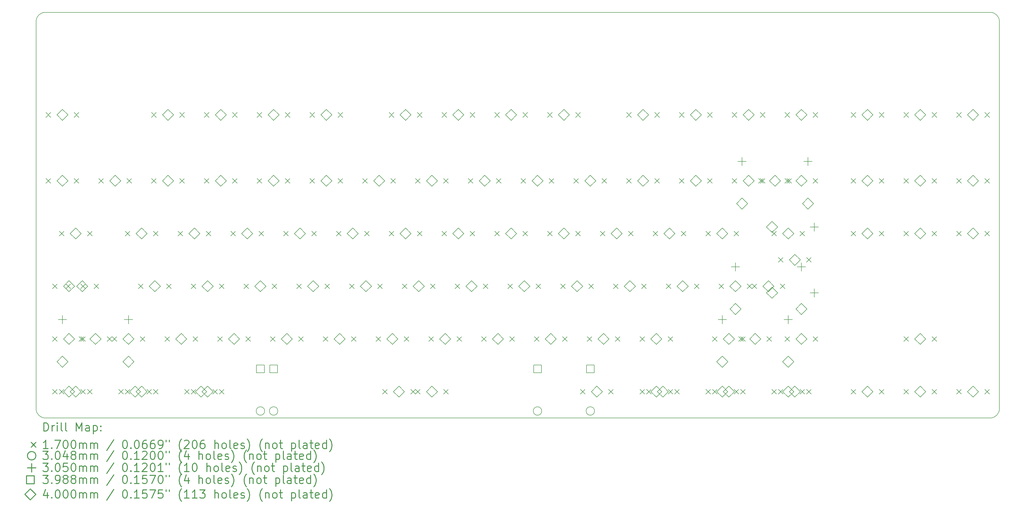
<source format=gbr>
%FSLAX45Y45*%
G04 Gerber Fmt 4.5, Leading zero omitted, Abs format (unit mm)*
G04 Created by KiCad (PCBNEW 5.1.10-88a1d61d58~90~ubuntu21.04.1) date 2021-08-16 12:22:26*
%MOMM*%
%LPD*%
G01*
G04 APERTURE LIST*
%TA.AperFunction,Profile*%
%ADD10C,0.150000*%
%TD*%
%ADD11C,0.200000*%
%ADD12C,0.300000*%
G04 APERTURE END LIST*
D10*
X38481000Y-19861994D02*
G75*
G02*
X38150594Y-20193000I-330706J-300D01*
G01*
X38149994Y-5531350D02*
G75*
G02*
X38481000Y-5861756I300J-330706D01*
G01*
X3714750Y-5862356D02*
G75*
G02*
X4045156Y-5531350I330706J300D01*
G01*
X4045756Y-20193000D02*
G75*
G02*
X3714750Y-19862594I-300J330706D01*
G01*
X38481000Y-5861756D02*
X38481000Y-19861994D01*
X38150594Y-20193000D02*
X4045756Y-20193000D01*
X3714750Y-19862594D02*
X3714750Y-5862356D01*
X4045156Y-5531350D02*
X38149994Y-5531350D01*
D11*
X4074250Y-9154250D02*
X4244250Y-9324250D01*
X4244250Y-9154250D02*
X4074250Y-9324250D01*
X4074250Y-11535500D02*
X4244250Y-11705500D01*
X4244250Y-11535500D02*
X4074250Y-11705500D01*
X4312375Y-15345500D02*
X4482375Y-15515500D01*
X4482375Y-15345500D02*
X4312375Y-15515500D01*
X4312375Y-17250500D02*
X4482375Y-17420500D01*
X4482375Y-17250500D02*
X4312375Y-17420500D01*
X4312375Y-19155500D02*
X4482375Y-19325500D01*
X4482375Y-19155500D02*
X4312375Y-19325500D01*
X4550500Y-13440500D02*
X4720500Y-13610500D01*
X4720500Y-13440500D02*
X4550500Y-13610500D01*
X4550500Y-19155500D02*
X4720500Y-19325500D01*
X4720500Y-19155500D02*
X4550500Y-19325500D01*
X4788625Y-15345500D02*
X4958625Y-15515500D01*
X4958625Y-15345500D02*
X4788625Y-15515500D01*
X5090250Y-9154250D02*
X5260250Y-9324250D01*
X5260250Y-9154250D02*
X5090250Y-9324250D01*
X5090250Y-11535500D02*
X5260250Y-11705500D01*
X5260250Y-11535500D02*
X5090250Y-11705500D01*
X5264875Y-17250500D02*
X5434875Y-17420500D01*
X5434875Y-17250500D02*
X5264875Y-17420500D01*
X5328375Y-15345500D02*
X5498375Y-15515500D01*
X5498375Y-15345500D02*
X5328375Y-15515500D01*
X5328375Y-17250500D02*
X5498375Y-17420500D01*
X5498375Y-17250500D02*
X5328375Y-17420500D01*
X5328375Y-19155500D02*
X5498375Y-19325500D01*
X5498375Y-19155500D02*
X5328375Y-19325500D01*
X5566500Y-13440500D02*
X5736500Y-13610500D01*
X5736500Y-13440500D02*
X5566500Y-13610500D01*
X5566500Y-19155500D02*
X5736500Y-19325500D01*
X5736500Y-19155500D02*
X5566500Y-19325500D01*
X5804625Y-15345500D02*
X5974625Y-15515500D01*
X5974625Y-15345500D02*
X5804625Y-15515500D01*
X5979250Y-11535500D02*
X6149250Y-11705500D01*
X6149250Y-11535500D02*
X5979250Y-11705500D01*
X6280875Y-17250500D02*
X6450875Y-17420500D01*
X6450875Y-17250500D02*
X6280875Y-17420500D01*
X6455500Y-17250500D02*
X6625500Y-17420500D01*
X6625500Y-17250500D02*
X6455500Y-17420500D01*
X6693625Y-19155500D02*
X6863625Y-19325500D01*
X6863625Y-19155500D02*
X6693625Y-19325500D01*
X6931750Y-13440500D02*
X7101750Y-13610500D01*
X7101750Y-13440500D02*
X6931750Y-13610500D01*
X6931750Y-19155500D02*
X7101750Y-19325500D01*
X7101750Y-19155500D02*
X6931750Y-19325500D01*
X6995250Y-11535500D02*
X7165250Y-11705500D01*
X7165250Y-11535500D02*
X6995250Y-11705500D01*
X7408000Y-15345500D02*
X7578000Y-15515500D01*
X7578000Y-15345500D02*
X7408000Y-15515500D01*
X7471500Y-17250500D02*
X7641500Y-17420500D01*
X7641500Y-17250500D02*
X7471500Y-17420500D01*
X7709625Y-19155500D02*
X7879625Y-19325500D01*
X7879625Y-19155500D02*
X7709625Y-19325500D01*
X7884250Y-9154250D02*
X8054250Y-9324250D01*
X8054250Y-9154250D02*
X7884250Y-9324250D01*
X7884250Y-11535500D02*
X8054250Y-11705500D01*
X8054250Y-11535500D02*
X7884250Y-11705500D01*
X7947750Y-13440500D02*
X8117750Y-13610500D01*
X8117750Y-13440500D02*
X7947750Y-13610500D01*
X7947750Y-19155500D02*
X8117750Y-19325500D01*
X8117750Y-19155500D02*
X7947750Y-19325500D01*
X8360500Y-17250500D02*
X8530500Y-17420500D01*
X8530500Y-17250500D02*
X8360500Y-17420500D01*
X8424000Y-15345500D02*
X8594000Y-15515500D01*
X8594000Y-15345500D02*
X8424000Y-15515500D01*
X8836750Y-13440500D02*
X9006750Y-13610500D01*
X9006750Y-13440500D02*
X8836750Y-13610500D01*
X8900250Y-9154250D02*
X9070250Y-9324250D01*
X9070250Y-9154250D02*
X8900250Y-9324250D01*
X8900250Y-11535500D02*
X9070250Y-11705500D01*
X9070250Y-11535500D02*
X8900250Y-11705500D01*
X9074875Y-19155500D02*
X9244875Y-19325500D01*
X9244875Y-19155500D02*
X9074875Y-19325500D01*
X9313000Y-15345500D02*
X9483000Y-15515500D01*
X9483000Y-15345500D02*
X9313000Y-15515500D01*
X9313000Y-19155500D02*
X9483000Y-19325500D01*
X9483000Y-19155500D02*
X9313000Y-19325500D01*
X9376500Y-17250500D02*
X9546500Y-17420500D01*
X9546500Y-17250500D02*
X9376500Y-17420500D01*
X9789250Y-9154250D02*
X9959250Y-9324250D01*
X9959250Y-9154250D02*
X9789250Y-9324250D01*
X9789250Y-11535500D02*
X9959250Y-11705500D01*
X9959250Y-11535500D02*
X9789250Y-11705500D01*
X9852750Y-13440500D02*
X10022750Y-13610500D01*
X10022750Y-13440500D02*
X9852750Y-13610500D01*
X10090875Y-19155500D02*
X10260875Y-19325500D01*
X10260875Y-19155500D02*
X10090875Y-19325500D01*
X10265500Y-17250500D02*
X10435500Y-17420500D01*
X10435500Y-17250500D02*
X10265500Y-17420500D01*
X10329000Y-15345500D02*
X10499000Y-15515500D01*
X10499000Y-15345500D02*
X10329000Y-15515500D01*
X10329000Y-19155500D02*
X10499000Y-19325500D01*
X10499000Y-19155500D02*
X10329000Y-19325500D01*
X10741750Y-13440500D02*
X10911750Y-13610500D01*
X10911750Y-13440500D02*
X10741750Y-13610500D01*
X10805250Y-9154250D02*
X10975250Y-9324250D01*
X10975250Y-9154250D02*
X10805250Y-9324250D01*
X10805250Y-11535500D02*
X10975250Y-11705500D01*
X10975250Y-11535500D02*
X10805250Y-11705500D01*
X11218000Y-15345500D02*
X11388000Y-15515500D01*
X11388000Y-15345500D02*
X11218000Y-15515500D01*
X11281500Y-17250500D02*
X11451500Y-17420500D01*
X11451500Y-17250500D02*
X11281500Y-17420500D01*
X11694250Y-9154250D02*
X11864250Y-9324250D01*
X11864250Y-9154250D02*
X11694250Y-9324250D01*
X11694250Y-11535500D02*
X11864250Y-11705500D01*
X11864250Y-11535500D02*
X11694250Y-11705500D01*
X11757750Y-13440500D02*
X11927750Y-13610500D01*
X11927750Y-13440500D02*
X11757750Y-13610500D01*
X12170500Y-17250500D02*
X12340500Y-17420500D01*
X12340500Y-17250500D02*
X12170500Y-17420500D01*
X12234000Y-15345500D02*
X12404000Y-15515500D01*
X12404000Y-15345500D02*
X12234000Y-15515500D01*
X12646750Y-13440500D02*
X12816750Y-13610500D01*
X12816750Y-13440500D02*
X12646750Y-13610500D01*
X12710250Y-9154250D02*
X12880250Y-9324250D01*
X12880250Y-9154250D02*
X12710250Y-9324250D01*
X12710250Y-11535500D02*
X12880250Y-11705500D01*
X12880250Y-11535500D02*
X12710250Y-11705500D01*
X13123000Y-15345500D02*
X13293000Y-15515500D01*
X13293000Y-15345500D02*
X13123000Y-15515500D01*
X13186500Y-17250500D02*
X13356500Y-17420500D01*
X13356500Y-17250500D02*
X13186500Y-17420500D01*
X13599250Y-9154250D02*
X13769250Y-9324250D01*
X13769250Y-9154250D02*
X13599250Y-9324250D01*
X13599250Y-11535500D02*
X13769250Y-11705500D01*
X13769250Y-11535500D02*
X13599250Y-11705500D01*
X13662750Y-13440500D02*
X13832750Y-13610500D01*
X13832750Y-13440500D02*
X13662750Y-13610500D01*
X14075500Y-17250500D02*
X14245500Y-17420500D01*
X14245500Y-17250500D02*
X14075500Y-17420500D01*
X14139000Y-15345500D02*
X14309000Y-15515500D01*
X14309000Y-15345500D02*
X14139000Y-15515500D01*
X14551750Y-13440500D02*
X14721750Y-13610500D01*
X14721750Y-13440500D02*
X14551750Y-13610500D01*
X14615250Y-9154250D02*
X14785250Y-9324250D01*
X14785250Y-9154250D02*
X14615250Y-9324250D01*
X14615250Y-11535500D02*
X14785250Y-11705500D01*
X14785250Y-11535500D02*
X14615250Y-11705500D01*
X15028000Y-15345500D02*
X15198000Y-15515500D01*
X15198000Y-15345500D02*
X15028000Y-15515500D01*
X15091500Y-17250500D02*
X15261500Y-17420500D01*
X15261500Y-17250500D02*
X15091500Y-17420500D01*
X15504250Y-11535500D02*
X15674250Y-11705500D01*
X15674250Y-11535500D02*
X15504250Y-11705500D01*
X15567750Y-13440500D02*
X15737750Y-13610500D01*
X15737750Y-13440500D02*
X15567750Y-13610500D01*
X15980500Y-17250500D02*
X16150500Y-17420500D01*
X16150500Y-17250500D02*
X15980500Y-17420500D01*
X16044000Y-15345500D02*
X16214000Y-15515500D01*
X16214000Y-15345500D02*
X16044000Y-15515500D01*
X16218625Y-19155500D02*
X16388625Y-19325500D01*
X16388625Y-19155500D02*
X16218625Y-19325500D01*
X16456750Y-9154250D02*
X16626750Y-9324250D01*
X16626750Y-9154250D02*
X16456750Y-9324250D01*
X16456750Y-13440500D02*
X16626750Y-13610500D01*
X16626750Y-13440500D02*
X16456750Y-13610500D01*
X16520250Y-11535500D02*
X16690250Y-11705500D01*
X16690250Y-11535500D02*
X16520250Y-11705500D01*
X16933000Y-15345500D02*
X17103000Y-15515500D01*
X17103000Y-15345500D02*
X16933000Y-15515500D01*
X16996500Y-17250500D02*
X17166500Y-17420500D01*
X17166500Y-17250500D02*
X16996500Y-17420500D01*
X17234625Y-19155500D02*
X17404625Y-19325500D01*
X17404625Y-19155500D02*
X17234625Y-19325500D01*
X17409250Y-11535500D02*
X17579250Y-11705500D01*
X17579250Y-11535500D02*
X17409250Y-11705500D01*
X17409250Y-19155500D02*
X17579250Y-19325500D01*
X17579250Y-19155500D02*
X17409250Y-19325500D01*
X17472750Y-9154250D02*
X17642750Y-9324250D01*
X17642750Y-9154250D02*
X17472750Y-9324250D01*
X17472750Y-13440500D02*
X17642750Y-13610500D01*
X17642750Y-13440500D02*
X17472750Y-13610500D01*
X17885500Y-17250500D02*
X18055500Y-17420500D01*
X18055500Y-17250500D02*
X17885500Y-17420500D01*
X17949000Y-15345500D02*
X18119000Y-15515500D01*
X18119000Y-15345500D02*
X17949000Y-15515500D01*
X18361750Y-9154250D02*
X18531750Y-9324250D01*
X18531750Y-9154250D02*
X18361750Y-9324250D01*
X18361750Y-13440500D02*
X18531750Y-13610500D01*
X18531750Y-13440500D02*
X18361750Y-13610500D01*
X18425250Y-11535500D02*
X18595250Y-11705500D01*
X18595250Y-11535500D02*
X18425250Y-11705500D01*
X18425250Y-19155500D02*
X18595250Y-19325500D01*
X18595250Y-19155500D02*
X18425250Y-19325500D01*
X18838000Y-15345500D02*
X19008000Y-15515500D01*
X19008000Y-15345500D02*
X18838000Y-15515500D01*
X18901500Y-17250500D02*
X19071500Y-17420500D01*
X19071500Y-17250500D02*
X18901500Y-17420500D01*
X19314250Y-11535500D02*
X19484250Y-11705500D01*
X19484250Y-11535500D02*
X19314250Y-11705500D01*
X19377750Y-9154250D02*
X19547750Y-9324250D01*
X19547750Y-9154250D02*
X19377750Y-9324250D01*
X19377750Y-13440500D02*
X19547750Y-13610500D01*
X19547750Y-13440500D02*
X19377750Y-13610500D01*
X19790500Y-17250500D02*
X19960500Y-17420500D01*
X19960500Y-17250500D02*
X19790500Y-17420500D01*
X19854000Y-15345500D02*
X20024000Y-15515500D01*
X20024000Y-15345500D02*
X19854000Y-15515500D01*
X20266750Y-9154250D02*
X20436750Y-9324250D01*
X20436750Y-9154250D02*
X20266750Y-9324250D01*
X20266750Y-13440500D02*
X20436750Y-13610500D01*
X20436750Y-13440500D02*
X20266750Y-13610500D01*
X20330250Y-11535500D02*
X20500250Y-11705500D01*
X20500250Y-11535500D02*
X20330250Y-11705500D01*
X20743000Y-15345500D02*
X20913000Y-15515500D01*
X20913000Y-15345500D02*
X20743000Y-15515500D01*
X20806500Y-17250500D02*
X20976500Y-17420500D01*
X20976500Y-17250500D02*
X20806500Y-17420500D01*
X21219250Y-11535500D02*
X21389250Y-11705500D01*
X21389250Y-11535500D02*
X21219250Y-11705500D01*
X21282750Y-9154250D02*
X21452750Y-9324250D01*
X21452750Y-9154250D02*
X21282750Y-9324250D01*
X21282750Y-13440500D02*
X21452750Y-13610500D01*
X21452750Y-13440500D02*
X21282750Y-13610500D01*
X21695500Y-17250500D02*
X21865500Y-17420500D01*
X21865500Y-17250500D02*
X21695500Y-17420500D01*
X21759000Y-15345500D02*
X21929000Y-15515500D01*
X21929000Y-15345500D02*
X21759000Y-15515500D01*
X22171750Y-9154250D02*
X22341750Y-9324250D01*
X22341750Y-9154250D02*
X22171750Y-9324250D01*
X22171750Y-13440500D02*
X22341750Y-13610500D01*
X22341750Y-13440500D02*
X22171750Y-13610500D01*
X22235250Y-11535500D02*
X22405250Y-11705500D01*
X22405250Y-11535500D02*
X22235250Y-11705500D01*
X22648000Y-15345500D02*
X22818000Y-15515500D01*
X22818000Y-15345500D02*
X22648000Y-15515500D01*
X22711500Y-17250500D02*
X22881500Y-17420500D01*
X22881500Y-17250500D02*
X22711500Y-17420500D01*
X23124250Y-11535500D02*
X23294250Y-11705500D01*
X23294250Y-11535500D02*
X23124250Y-11705500D01*
X23187750Y-9154250D02*
X23357750Y-9324250D01*
X23357750Y-9154250D02*
X23187750Y-9324250D01*
X23187750Y-13440500D02*
X23357750Y-13610500D01*
X23357750Y-13440500D02*
X23187750Y-13610500D01*
X23362375Y-19155500D02*
X23532375Y-19325500D01*
X23532375Y-19155500D02*
X23362375Y-19325500D01*
X23600500Y-17250500D02*
X23770500Y-17420500D01*
X23770500Y-17250500D02*
X23600500Y-17420500D01*
X23664000Y-15345500D02*
X23834000Y-15515500D01*
X23834000Y-15345500D02*
X23664000Y-15515500D01*
X24076750Y-13440500D02*
X24246750Y-13610500D01*
X24246750Y-13440500D02*
X24076750Y-13610500D01*
X24140250Y-11535500D02*
X24310250Y-11705500D01*
X24310250Y-11535500D02*
X24140250Y-11705500D01*
X24378375Y-19155500D02*
X24548375Y-19325500D01*
X24548375Y-19155500D02*
X24378375Y-19325500D01*
X24553000Y-15345500D02*
X24723000Y-15515500D01*
X24723000Y-15345500D02*
X24553000Y-15515500D01*
X24616500Y-17250500D02*
X24786500Y-17420500D01*
X24786500Y-17250500D02*
X24616500Y-17420500D01*
X25029250Y-9154250D02*
X25199250Y-9324250D01*
X25199250Y-9154250D02*
X25029250Y-9324250D01*
X25029250Y-11535500D02*
X25199250Y-11705500D01*
X25199250Y-11535500D02*
X25029250Y-11705500D01*
X25092750Y-13440500D02*
X25262750Y-13610500D01*
X25262750Y-13440500D02*
X25092750Y-13610500D01*
X25505500Y-17250500D02*
X25675500Y-17420500D01*
X25675500Y-17250500D02*
X25505500Y-17420500D01*
X25505500Y-19155500D02*
X25675500Y-19325500D01*
X25675500Y-19155500D02*
X25505500Y-19325500D01*
X25569000Y-15345500D02*
X25739000Y-15515500D01*
X25739000Y-15345500D02*
X25569000Y-15515500D01*
X25743625Y-19155500D02*
X25913625Y-19325500D01*
X25913625Y-19155500D02*
X25743625Y-19325500D01*
X25981750Y-13440500D02*
X26151750Y-13610500D01*
X26151750Y-13440500D02*
X25981750Y-13610500D01*
X26045250Y-9154250D02*
X26215250Y-9324250D01*
X26215250Y-9154250D02*
X26045250Y-9324250D01*
X26045250Y-11535500D02*
X26215250Y-11705500D01*
X26215250Y-11535500D02*
X26045250Y-11705500D01*
X26458000Y-15345500D02*
X26628000Y-15515500D01*
X26628000Y-15345500D02*
X26458000Y-15515500D01*
X26521500Y-17250500D02*
X26691500Y-17420500D01*
X26691500Y-17250500D02*
X26521500Y-17420500D01*
X26521500Y-19155500D02*
X26691500Y-19325500D01*
X26691500Y-19155500D02*
X26521500Y-19325500D01*
X26759625Y-19155500D02*
X26929625Y-19325500D01*
X26929625Y-19155500D02*
X26759625Y-19325500D01*
X26934250Y-9154250D02*
X27104250Y-9324250D01*
X27104250Y-9154250D02*
X26934250Y-9324250D01*
X26934250Y-11535500D02*
X27104250Y-11705500D01*
X27104250Y-11535500D02*
X26934250Y-11705500D01*
X26997750Y-13440500D02*
X27167750Y-13610500D01*
X27167750Y-13440500D02*
X26997750Y-13610500D01*
X27474000Y-15345500D02*
X27644000Y-15515500D01*
X27644000Y-15345500D02*
X27474000Y-15515500D01*
X27886750Y-13440500D02*
X28056750Y-13610500D01*
X28056750Y-13440500D02*
X27886750Y-13610500D01*
X27886750Y-19155500D02*
X28056750Y-19325500D01*
X28056750Y-19155500D02*
X27886750Y-19325500D01*
X27950250Y-9154250D02*
X28120250Y-9324250D01*
X28120250Y-9154250D02*
X27950250Y-9324250D01*
X27950250Y-11535500D02*
X28120250Y-11705500D01*
X28120250Y-11535500D02*
X27950250Y-11705500D01*
X28124875Y-17250500D02*
X28294875Y-17420500D01*
X28294875Y-17250500D02*
X28124875Y-17420500D01*
X28124875Y-19155500D02*
X28294875Y-19325500D01*
X28294875Y-19155500D02*
X28124875Y-19325500D01*
X28363000Y-15345500D02*
X28533000Y-15515500D01*
X28533000Y-15345500D02*
X28363000Y-15515500D01*
X28839250Y-9154250D02*
X29009250Y-9324250D01*
X29009250Y-9154250D02*
X28839250Y-9324250D01*
X28839250Y-11535500D02*
X29009250Y-11705500D01*
X29009250Y-11535500D02*
X28839250Y-11705500D01*
X28902750Y-13440500D02*
X29072750Y-13610500D01*
X29072750Y-13440500D02*
X28902750Y-13610500D01*
X28902750Y-19155500D02*
X29072750Y-19325500D01*
X29072750Y-19155500D02*
X28902750Y-19325500D01*
X29077375Y-17251135D02*
X29247375Y-17421135D01*
X29247375Y-17251135D02*
X29077375Y-17421135D01*
X29140875Y-17250500D02*
X29310875Y-17420500D01*
X29310875Y-17250500D02*
X29140875Y-17420500D01*
X29140875Y-19155500D02*
X29310875Y-19325500D01*
X29310875Y-19155500D02*
X29140875Y-19325500D01*
X29379000Y-15345500D02*
X29549000Y-15515500D01*
X29549000Y-15345500D02*
X29379000Y-15515500D01*
X29553625Y-15345500D02*
X29723625Y-15515500D01*
X29723625Y-15345500D02*
X29553625Y-15515500D01*
X29791750Y-11535500D02*
X29961750Y-11705500D01*
X29961750Y-11535500D02*
X29791750Y-11705500D01*
X29855250Y-9154250D02*
X30025250Y-9324250D01*
X30025250Y-9154250D02*
X29855250Y-9324250D01*
X29855250Y-11535500D02*
X30025250Y-11705500D01*
X30025250Y-11535500D02*
X29855250Y-11705500D01*
X30093375Y-17251135D02*
X30263375Y-17421135D01*
X30263375Y-17251135D02*
X30093375Y-17421135D01*
X30268000Y-13440500D02*
X30438000Y-13610500D01*
X30438000Y-13440500D02*
X30268000Y-13610500D01*
X30268000Y-19155500D02*
X30438000Y-19325500D01*
X30438000Y-19155500D02*
X30268000Y-19325500D01*
X30506125Y-19155500D02*
X30676125Y-19325500D01*
X30676125Y-19155500D02*
X30506125Y-19325500D01*
X30506175Y-14393000D02*
X30676175Y-14563000D01*
X30676175Y-14393000D02*
X30506175Y-14563000D01*
X30569625Y-15345500D02*
X30739625Y-15515500D01*
X30739625Y-15345500D02*
X30569625Y-15515500D01*
X30744250Y-9154250D02*
X30914250Y-9324250D01*
X30914250Y-9154250D02*
X30744250Y-9324250D01*
X30744250Y-11535500D02*
X30914250Y-11705500D01*
X30914250Y-11535500D02*
X30744250Y-11705500D01*
X30744250Y-17250500D02*
X30914250Y-17420500D01*
X30914250Y-17250500D02*
X30744250Y-17420500D01*
X30807750Y-11535500D02*
X30977750Y-11705500D01*
X30977750Y-11535500D02*
X30807750Y-11705500D01*
X31284000Y-13440500D02*
X31454000Y-13610500D01*
X31454000Y-13440500D02*
X31284000Y-13610500D01*
X31284000Y-19155500D02*
X31454000Y-19325500D01*
X31454000Y-19155500D02*
X31284000Y-19325500D01*
X31522125Y-19155500D02*
X31692125Y-19325500D01*
X31692125Y-19155500D02*
X31522125Y-19325500D01*
X31522175Y-14393000D02*
X31692175Y-14563000D01*
X31692175Y-14393000D02*
X31522175Y-14563000D01*
X31760250Y-9154250D02*
X31930250Y-9324250D01*
X31930250Y-9154250D02*
X31760250Y-9324250D01*
X31760250Y-11535500D02*
X31930250Y-11705500D01*
X31930250Y-11535500D02*
X31760250Y-11705500D01*
X31760250Y-17250500D02*
X31930250Y-17420500D01*
X31930250Y-17250500D02*
X31760250Y-17420500D01*
X33125500Y-9154250D02*
X33295500Y-9324250D01*
X33295500Y-9154250D02*
X33125500Y-9324250D01*
X33125500Y-11535500D02*
X33295500Y-11705500D01*
X33295500Y-11535500D02*
X33125500Y-11705500D01*
X33125500Y-13440500D02*
X33295500Y-13610500D01*
X33295500Y-13440500D02*
X33125500Y-13610500D01*
X33125500Y-19155500D02*
X33295500Y-19325500D01*
X33295500Y-19155500D02*
X33125500Y-19325500D01*
X34141500Y-9154250D02*
X34311500Y-9324250D01*
X34311500Y-9154250D02*
X34141500Y-9324250D01*
X34141500Y-11535500D02*
X34311500Y-11705500D01*
X34311500Y-11535500D02*
X34141500Y-11705500D01*
X34141500Y-13440500D02*
X34311500Y-13610500D01*
X34311500Y-13440500D02*
X34141500Y-13610500D01*
X34141500Y-19155500D02*
X34311500Y-19325500D01*
X34311500Y-19155500D02*
X34141500Y-19325500D01*
X35030500Y-9154250D02*
X35200500Y-9324250D01*
X35200500Y-9154250D02*
X35030500Y-9324250D01*
X35030500Y-11535500D02*
X35200500Y-11705500D01*
X35200500Y-11535500D02*
X35030500Y-11705500D01*
X35030500Y-13440500D02*
X35200500Y-13610500D01*
X35200500Y-13440500D02*
X35030500Y-13610500D01*
X35030500Y-17250500D02*
X35200500Y-17420500D01*
X35200500Y-17250500D02*
X35030500Y-17420500D01*
X35030500Y-19155500D02*
X35200500Y-19325500D01*
X35200500Y-19155500D02*
X35030500Y-19325500D01*
X36046500Y-9154250D02*
X36216500Y-9324250D01*
X36216500Y-9154250D02*
X36046500Y-9324250D01*
X36046500Y-11535500D02*
X36216500Y-11705500D01*
X36216500Y-11535500D02*
X36046500Y-11705500D01*
X36046500Y-13440500D02*
X36216500Y-13610500D01*
X36216500Y-13440500D02*
X36046500Y-13610500D01*
X36046500Y-17250500D02*
X36216500Y-17420500D01*
X36216500Y-17250500D02*
X36046500Y-17420500D01*
X36046500Y-19155500D02*
X36216500Y-19325500D01*
X36216500Y-19155500D02*
X36046500Y-19325500D01*
X36935500Y-9154250D02*
X37105500Y-9324250D01*
X37105500Y-9154250D02*
X36935500Y-9324250D01*
X36935500Y-11535500D02*
X37105500Y-11705500D01*
X37105500Y-11535500D02*
X36935500Y-11705500D01*
X36935500Y-13440500D02*
X37105500Y-13610500D01*
X37105500Y-13440500D02*
X36935500Y-13610500D01*
X36935500Y-19155500D02*
X37105500Y-19325500D01*
X37105500Y-19155500D02*
X36935500Y-19325500D01*
X37951500Y-9154250D02*
X38121500Y-9324250D01*
X38121500Y-9154250D02*
X37951500Y-9324250D01*
X37951500Y-11535500D02*
X38121500Y-11705500D01*
X38121500Y-11535500D02*
X37951500Y-11705500D01*
X37951500Y-13440500D02*
X38121500Y-13610500D01*
X38121500Y-13440500D02*
X37951500Y-13610500D01*
X37951500Y-19155500D02*
X38121500Y-19325500D01*
X38121500Y-19155500D02*
X37951500Y-19325500D01*
X11963400Y-19940270D02*
G75*
G03*
X11963400Y-19940270I-152400J0D01*
G01*
X12439650Y-19939000D02*
G75*
G03*
X12439650Y-19939000I-152400J0D01*
G01*
X21963380Y-19940270D02*
G75*
G03*
X21963380Y-19940270I-152400J0D01*
G01*
X23869650Y-19939000D02*
G75*
G03*
X23869650Y-19939000I-152400J0D01*
G01*
X4667875Y-16483000D02*
X4667875Y-16788000D01*
X4515375Y-16635500D02*
X4820375Y-16635500D01*
X7047875Y-16483000D02*
X7047875Y-16788000D01*
X6895375Y-16635500D02*
X7200375Y-16635500D01*
X28480375Y-16483635D02*
X28480375Y-16788635D01*
X28327875Y-16636135D02*
X28632875Y-16636135D01*
X28956625Y-14578000D02*
X28956625Y-14883000D01*
X28804125Y-14730500D02*
X29109125Y-14730500D01*
X29194750Y-10768000D02*
X29194750Y-11073000D01*
X29042250Y-10920500D02*
X29347250Y-10920500D01*
X30860375Y-16483635D02*
X30860375Y-16788635D01*
X30707875Y-16636135D02*
X31012875Y-16636135D01*
X31336625Y-14578000D02*
X31336625Y-14883000D01*
X31184125Y-14730500D02*
X31489125Y-14730500D01*
X31574750Y-10768000D02*
X31574750Y-11073000D01*
X31422250Y-10920500D02*
X31727250Y-10920500D01*
X31799175Y-13135500D02*
X31799175Y-13440500D01*
X31646675Y-13288000D02*
X31951675Y-13288000D01*
X31799175Y-15515500D02*
X31799175Y-15820500D01*
X31646675Y-15668000D02*
X31951675Y-15668000D01*
X11951991Y-18557261D02*
X11951991Y-18275279D01*
X11670009Y-18275279D01*
X11670009Y-18557261D01*
X11951991Y-18557261D01*
X12428241Y-18555991D02*
X12428241Y-18274009D01*
X12146259Y-18274009D01*
X12146259Y-18555991D01*
X12428241Y-18555991D01*
X21951971Y-18557261D02*
X21951971Y-18275279D01*
X21669989Y-18275279D01*
X21669989Y-18557261D01*
X21951971Y-18557261D01*
X23858241Y-18555991D02*
X23858241Y-18274009D01*
X23576259Y-18274009D01*
X23576259Y-18555991D01*
X23858241Y-18555991D01*
X4667250Y-9439250D02*
X4867250Y-9239250D01*
X4667250Y-9039250D01*
X4467250Y-9239250D01*
X4667250Y-9439250D01*
X4667250Y-11820500D02*
X4867250Y-11620500D01*
X4667250Y-11420500D01*
X4467250Y-11620500D01*
X4667250Y-11820500D01*
X4667875Y-18359500D02*
X4867875Y-18159500D01*
X4667875Y-17959500D01*
X4467875Y-18159500D01*
X4667875Y-18359500D01*
X4905375Y-15630500D02*
X5105375Y-15430500D01*
X4905375Y-15230500D01*
X4705375Y-15430500D01*
X4905375Y-15630500D01*
X4905375Y-17535500D02*
X5105375Y-17335500D01*
X4905375Y-17135500D01*
X4705375Y-17335500D01*
X4905375Y-17535500D01*
X4905375Y-19440500D02*
X5105375Y-19240500D01*
X4905375Y-19040500D01*
X4705375Y-19240500D01*
X4905375Y-19440500D01*
X5143500Y-13725500D02*
X5343500Y-13525500D01*
X5143500Y-13325500D01*
X4943500Y-13525500D01*
X5143500Y-13725500D01*
X5143500Y-19440500D02*
X5343500Y-19240500D01*
X5143500Y-19040500D01*
X4943500Y-19240500D01*
X5143500Y-19440500D01*
X5381625Y-15630500D02*
X5581625Y-15430500D01*
X5381625Y-15230500D01*
X5181625Y-15430500D01*
X5381625Y-15630500D01*
X5857875Y-17535500D02*
X6057875Y-17335500D01*
X5857875Y-17135500D01*
X5657875Y-17335500D01*
X5857875Y-17535500D01*
X6572250Y-11820500D02*
X6772250Y-11620500D01*
X6572250Y-11420500D01*
X6372250Y-11620500D01*
X6572250Y-11820500D01*
X7047875Y-18359500D02*
X7247875Y-18159500D01*
X7047875Y-17959500D01*
X6847875Y-18159500D01*
X7047875Y-18359500D01*
X7048500Y-17535500D02*
X7248500Y-17335500D01*
X7048500Y-17135500D01*
X6848500Y-17335500D01*
X7048500Y-17535500D01*
X7286625Y-19440500D02*
X7486625Y-19240500D01*
X7286625Y-19040500D01*
X7086625Y-19240500D01*
X7286625Y-19440500D01*
X7524750Y-13725500D02*
X7724750Y-13525500D01*
X7524750Y-13325500D01*
X7324750Y-13525500D01*
X7524750Y-13725500D01*
X7524750Y-19440500D02*
X7724750Y-19240500D01*
X7524750Y-19040500D01*
X7324750Y-19240500D01*
X7524750Y-19440500D01*
X8001000Y-15630500D02*
X8201000Y-15430500D01*
X8001000Y-15230500D01*
X7801000Y-15430500D01*
X8001000Y-15630500D01*
X8477250Y-9439250D02*
X8677250Y-9239250D01*
X8477250Y-9039250D01*
X8277250Y-9239250D01*
X8477250Y-9439250D01*
X8477250Y-11820500D02*
X8677250Y-11620500D01*
X8477250Y-11420500D01*
X8277250Y-11620500D01*
X8477250Y-11820500D01*
X8953500Y-17535500D02*
X9153500Y-17335500D01*
X8953500Y-17135500D01*
X8753500Y-17335500D01*
X8953500Y-17535500D01*
X9429750Y-13725500D02*
X9629750Y-13525500D01*
X9429750Y-13325500D01*
X9229750Y-13525500D01*
X9429750Y-13725500D01*
X9667875Y-19440500D02*
X9867875Y-19240500D01*
X9667875Y-19040500D01*
X9467875Y-19240500D01*
X9667875Y-19440500D01*
X9906000Y-15630500D02*
X10106000Y-15430500D01*
X9906000Y-15230500D01*
X9706000Y-15430500D01*
X9906000Y-15630500D01*
X9906000Y-19440500D02*
X10106000Y-19240500D01*
X9906000Y-19040500D01*
X9706000Y-19240500D01*
X9906000Y-19440500D01*
X10382250Y-9439250D02*
X10582250Y-9239250D01*
X10382250Y-9039250D01*
X10182250Y-9239250D01*
X10382250Y-9439250D01*
X10382250Y-11820500D02*
X10582250Y-11620500D01*
X10382250Y-11420500D01*
X10182250Y-11620500D01*
X10382250Y-11820500D01*
X10858500Y-17535500D02*
X11058500Y-17335500D01*
X10858500Y-17135500D01*
X10658500Y-17335500D01*
X10858500Y-17535500D01*
X11334750Y-13725500D02*
X11534750Y-13525500D01*
X11334750Y-13325500D01*
X11134750Y-13525500D01*
X11334750Y-13725500D01*
X11811000Y-15630500D02*
X12011000Y-15430500D01*
X11811000Y-15230500D01*
X11611000Y-15430500D01*
X11811000Y-15630500D01*
X12287250Y-9439250D02*
X12487250Y-9239250D01*
X12287250Y-9039250D01*
X12087250Y-9239250D01*
X12287250Y-9439250D01*
X12287250Y-11820500D02*
X12487250Y-11620500D01*
X12287250Y-11420500D01*
X12087250Y-11620500D01*
X12287250Y-11820500D01*
X12763500Y-17535500D02*
X12963500Y-17335500D01*
X12763500Y-17135500D01*
X12563500Y-17335500D01*
X12763500Y-17535500D01*
X13239750Y-13725500D02*
X13439750Y-13525500D01*
X13239750Y-13325500D01*
X13039750Y-13525500D01*
X13239750Y-13725500D01*
X13716000Y-15630500D02*
X13916000Y-15430500D01*
X13716000Y-15230500D01*
X13516000Y-15430500D01*
X13716000Y-15630500D01*
X14192250Y-9439250D02*
X14392250Y-9239250D01*
X14192250Y-9039250D01*
X13992250Y-9239250D01*
X14192250Y-9439250D01*
X14192250Y-11820500D02*
X14392250Y-11620500D01*
X14192250Y-11420500D01*
X13992250Y-11620500D01*
X14192250Y-11820500D01*
X14668500Y-17535500D02*
X14868500Y-17335500D01*
X14668500Y-17135500D01*
X14468500Y-17335500D01*
X14668500Y-17535500D01*
X15144750Y-13725500D02*
X15344750Y-13525500D01*
X15144750Y-13325500D01*
X14944750Y-13525500D01*
X15144750Y-13725500D01*
X15621000Y-15630500D02*
X15821000Y-15430500D01*
X15621000Y-15230500D01*
X15421000Y-15430500D01*
X15621000Y-15630500D01*
X16097250Y-11820500D02*
X16297250Y-11620500D01*
X16097250Y-11420500D01*
X15897250Y-11620500D01*
X16097250Y-11820500D01*
X16573500Y-17535500D02*
X16773500Y-17335500D01*
X16573500Y-17135500D01*
X16373500Y-17335500D01*
X16573500Y-17535500D01*
X16811625Y-19440500D02*
X17011625Y-19240500D01*
X16811625Y-19040500D01*
X16611625Y-19240500D01*
X16811625Y-19440500D01*
X17049750Y-9439250D02*
X17249750Y-9239250D01*
X17049750Y-9039250D01*
X16849750Y-9239250D01*
X17049750Y-9439250D01*
X17049750Y-13725500D02*
X17249750Y-13525500D01*
X17049750Y-13325500D01*
X16849750Y-13525500D01*
X17049750Y-13725500D01*
X17526000Y-15630500D02*
X17726000Y-15430500D01*
X17526000Y-15230500D01*
X17326000Y-15430500D01*
X17526000Y-15630500D01*
X18002250Y-11820500D02*
X18202250Y-11620500D01*
X18002250Y-11420500D01*
X17802250Y-11620500D01*
X18002250Y-11820500D01*
X18002250Y-19440500D02*
X18202250Y-19240500D01*
X18002250Y-19040500D01*
X17802250Y-19240500D01*
X18002250Y-19440500D01*
X18478500Y-17535500D02*
X18678500Y-17335500D01*
X18478500Y-17135500D01*
X18278500Y-17335500D01*
X18478500Y-17535500D01*
X18954750Y-9439250D02*
X19154750Y-9239250D01*
X18954750Y-9039250D01*
X18754750Y-9239250D01*
X18954750Y-9439250D01*
X18954750Y-13725500D02*
X19154750Y-13525500D01*
X18954750Y-13325500D01*
X18754750Y-13525500D01*
X18954750Y-13725500D01*
X19431000Y-15630500D02*
X19631000Y-15430500D01*
X19431000Y-15230500D01*
X19231000Y-15430500D01*
X19431000Y-15630500D01*
X19907250Y-11820500D02*
X20107250Y-11620500D01*
X19907250Y-11420500D01*
X19707250Y-11620500D01*
X19907250Y-11820500D01*
X20383500Y-17535500D02*
X20583500Y-17335500D01*
X20383500Y-17135500D01*
X20183500Y-17335500D01*
X20383500Y-17535500D01*
X20859750Y-9439250D02*
X21059750Y-9239250D01*
X20859750Y-9039250D01*
X20659750Y-9239250D01*
X20859750Y-9439250D01*
X20859750Y-13725500D02*
X21059750Y-13525500D01*
X20859750Y-13325500D01*
X20659750Y-13525500D01*
X20859750Y-13725500D01*
X21336000Y-15630500D02*
X21536000Y-15430500D01*
X21336000Y-15230500D01*
X21136000Y-15430500D01*
X21336000Y-15630500D01*
X21812250Y-11820500D02*
X22012250Y-11620500D01*
X21812250Y-11420500D01*
X21612250Y-11620500D01*
X21812250Y-11820500D01*
X22288500Y-17535500D02*
X22488500Y-17335500D01*
X22288500Y-17135500D01*
X22088500Y-17335500D01*
X22288500Y-17535500D01*
X22764750Y-9439250D02*
X22964750Y-9239250D01*
X22764750Y-9039250D01*
X22564750Y-9239250D01*
X22764750Y-9439250D01*
X22764750Y-13725500D02*
X22964750Y-13525500D01*
X22764750Y-13325500D01*
X22564750Y-13525500D01*
X22764750Y-13725500D01*
X23241000Y-15630500D02*
X23441000Y-15430500D01*
X23241000Y-15230500D01*
X23041000Y-15430500D01*
X23241000Y-15630500D01*
X23717250Y-11820500D02*
X23917250Y-11620500D01*
X23717250Y-11420500D01*
X23517250Y-11620500D01*
X23717250Y-11820500D01*
X23955375Y-19440500D02*
X24155375Y-19240500D01*
X23955375Y-19040500D01*
X23755375Y-19240500D01*
X23955375Y-19440500D01*
X24193500Y-17535500D02*
X24393500Y-17335500D01*
X24193500Y-17135500D01*
X23993500Y-17335500D01*
X24193500Y-17535500D01*
X24669750Y-13725500D02*
X24869750Y-13525500D01*
X24669750Y-13325500D01*
X24469750Y-13525500D01*
X24669750Y-13725500D01*
X25146000Y-15630500D02*
X25346000Y-15430500D01*
X25146000Y-15230500D01*
X24946000Y-15430500D01*
X25146000Y-15630500D01*
X25622250Y-9439250D02*
X25822250Y-9239250D01*
X25622250Y-9039250D01*
X25422250Y-9239250D01*
X25622250Y-9439250D01*
X25622250Y-11820500D02*
X25822250Y-11620500D01*
X25622250Y-11420500D01*
X25422250Y-11620500D01*
X25622250Y-11820500D01*
X26098500Y-17535500D02*
X26298500Y-17335500D01*
X26098500Y-17135500D01*
X25898500Y-17335500D01*
X26098500Y-17535500D01*
X26098500Y-19440500D02*
X26298500Y-19240500D01*
X26098500Y-19040500D01*
X25898500Y-19240500D01*
X26098500Y-19440500D01*
X26336625Y-19440500D02*
X26536625Y-19240500D01*
X26336625Y-19040500D01*
X26136625Y-19240500D01*
X26336625Y-19440500D01*
X26574750Y-13725500D02*
X26774750Y-13525500D01*
X26574750Y-13325500D01*
X26374750Y-13525500D01*
X26574750Y-13725500D01*
X27051000Y-15630500D02*
X27251000Y-15430500D01*
X27051000Y-15230500D01*
X26851000Y-15430500D01*
X27051000Y-15630500D01*
X27527250Y-9439250D02*
X27727250Y-9239250D01*
X27527250Y-9039250D01*
X27327250Y-9239250D01*
X27527250Y-9439250D01*
X27527250Y-11820500D02*
X27727250Y-11620500D01*
X27527250Y-11420500D01*
X27327250Y-11620500D01*
X27527250Y-11820500D01*
X28479750Y-13725500D02*
X28679750Y-13525500D01*
X28479750Y-13325500D01*
X28279750Y-13525500D01*
X28479750Y-13725500D01*
X28479750Y-19440500D02*
X28679750Y-19240500D01*
X28479750Y-19040500D01*
X28279750Y-19240500D01*
X28479750Y-19440500D01*
X28480375Y-18360135D02*
X28680375Y-18160135D01*
X28480375Y-17960135D01*
X28280375Y-18160135D01*
X28480375Y-18360135D01*
X28717875Y-17535500D02*
X28917875Y-17335500D01*
X28717875Y-17135500D01*
X28517875Y-17335500D01*
X28717875Y-17535500D01*
X28717875Y-19440500D02*
X28917875Y-19240500D01*
X28717875Y-19040500D01*
X28517875Y-19240500D01*
X28717875Y-19440500D01*
X28956000Y-15630500D02*
X29156000Y-15430500D01*
X28956000Y-15230500D01*
X28756000Y-15430500D01*
X28956000Y-15630500D01*
X28956625Y-16454500D02*
X29156625Y-16254500D01*
X28956625Y-16054500D01*
X28756625Y-16254500D01*
X28956625Y-16454500D01*
X29194750Y-12644500D02*
X29394750Y-12444500D01*
X29194750Y-12244500D01*
X28994750Y-12444500D01*
X29194750Y-12644500D01*
X29432250Y-9439250D02*
X29632250Y-9239250D01*
X29432250Y-9039250D01*
X29232250Y-9239250D01*
X29432250Y-9439250D01*
X29432250Y-11820500D02*
X29632250Y-11620500D01*
X29432250Y-11420500D01*
X29232250Y-11620500D01*
X29432250Y-11820500D01*
X29670375Y-17536135D02*
X29870375Y-17336135D01*
X29670375Y-17136135D01*
X29470375Y-17336135D01*
X29670375Y-17536135D01*
X30146625Y-15630500D02*
X30346625Y-15430500D01*
X30146625Y-15230500D01*
X29946625Y-15430500D01*
X30146625Y-15630500D01*
X30275175Y-13488000D02*
X30475175Y-13288000D01*
X30275175Y-13088000D01*
X30075175Y-13288000D01*
X30275175Y-13488000D01*
X30275175Y-15868000D02*
X30475175Y-15668000D01*
X30275175Y-15468000D01*
X30075175Y-15668000D01*
X30275175Y-15868000D01*
X30384750Y-11820500D02*
X30584750Y-11620500D01*
X30384750Y-11420500D01*
X30184750Y-11620500D01*
X30384750Y-11820500D01*
X30860375Y-18360135D02*
X31060375Y-18160135D01*
X30860375Y-17960135D01*
X30660375Y-18160135D01*
X30860375Y-18360135D01*
X30861000Y-13725500D02*
X31061000Y-13525500D01*
X30861000Y-13325500D01*
X30661000Y-13525500D01*
X30861000Y-13725500D01*
X30861000Y-19440500D02*
X31061000Y-19240500D01*
X30861000Y-19040500D01*
X30661000Y-19240500D01*
X30861000Y-19440500D01*
X31099125Y-19440500D02*
X31299125Y-19240500D01*
X31099125Y-19040500D01*
X30899125Y-19240500D01*
X31099125Y-19440500D01*
X31099175Y-14678000D02*
X31299175Y-14478000D01*
X31099175Y-14278000D01*
X30899175Y-14478000D01*
X31099175Y-14678000D01*
X31336625Y-16454500D02*
X31536625Y-16254500D01*
X31336625Y-16054500D01*
X31136625Y-16254500D01*
X31336625Y-16454500D01*
X31337250Y-9439250D02*
X31537250Y-9239250D01*
X31337250Y-9039250D01*
X31137250Y-9239250D01*
X31337250Y-9439250D01*
X31337250Y-11820500D02*
X31537250Y-11620500D01*
X31337250Y-11420500D01*
X31137250Y-11620500D01*
X31337250Y-11820500D01*
X31337250Y-17535500D02*
X31537250Y-17335500D01*
X31337250Y-17135500D01*
X31137250Y-17335500D01*
X31337250Y-17535500D01*
X31574750Y-12644500D02*
X31774750Y-12444500D01*
X31574750Y-12244500D01*
X31374750Y-12444500D01*
X31574750Y-12644500D01*
X33718500Y-9439250D02*
X33918500Y-9239250D01*
X33718500Y-9039250D01*
X33518500Y-9239250D01*
X33718500Y-9439250D01*
X33718500Y-11820500D02*
X33918500Y-11620500D01*
X33718500Y-11420500D01*
X33518500Y-11620500D01*
X33718500Y-11820500D01*
X33718500Y-13725500D02*
X33918500Y-13525500D01*
X33718500Y-13325500D01*
X33518500Y-13525500D01*
X33718500Y-13725500D01*
X33718500Y-19440500D02*
X33918500Y-19240500D01*
X33718500Y-19040500D01*
X33518500Y-19240500D01*
X33718500Y-19440500D01*
X35623500Y-9439250D02*
X35823500Y-9239250D01*
X35623500Y-9039250D01*
X35423500Y-9239250D01*
X35623500Y-9439250D01*
X35623500Y-11820500D02*
X35823500Y-11620500D01*
X35623500Y-11420500D01*
X35423500Y-11620500D01*
X35623500Y-11820500D01*
X35623500Y-13725500D02*
X35823500Y-13525500D01*
X35623500Y-13325500D01*
X35423500Y-13525500D01*
X35623500Y-13725500D01*
X35623500Y-17535500D02*
X35823500Y-17335500D01*
X35623500Y-17135500D01*
X35423500Y-17335500D01*
X35623500Y-17535500D01*
X35623500Y-19440500D02*
X35823500Y-19240500D01*
X35623500Y-19040500D01*
X35423500Y-19240500D01*
X35623500Y-19440500D01*
X37528500Y-9439250D02*
X37728500Y-9239250D01*
X37528500Y-9039250D01*
X37328500Y-9239250D01*
X37528500Y-9439250D01*
X37528500Y-11820500D02*
X37728500Y-11620500D01*
X37528500Y-11420500D01*
X37328500Y-11620500D01*
X37528500Y-11820500D01*
X37528500Y-13725500D02*
X37728500Y-13525500D01*
X37528500Y-13325500D01*
X37328500Y-13525500D01*
X37528500Y-13725500D01*
X37528500Y-19440500D02*
X37728500Y-19240500D01*
X37528500Y-19040500D01*
X37328500Y-19240500D01*
X37528500Y-19440500D01*
D12*
X3993678Y-20666214D02*
X3993678Y-20366214D01*
X4065107Y-20366214D01*
X4107964Y-20380500D01*
X4136536Y-20409072D01*
X4150821Y-20437643D01*
X4165107Y-20494786D01*
X4165107Y-20537643D01*
X4150821Y-20594786D01*
X4136536Y-20623357D01*
X4107964Y-20651929D01*
X4065107Y-20666214D01*
X3993678Y-20666214D01*
X4293678Y-20666214D02*
X4293678Y-20466214D01*
X4293678Y-20523357D02*
X4307964Y-20494786D01*
X4322250Y-20480500D01*
X4350821Y-20466214D01*
X4379393Y-20466214D01*
X4479393Y-20666214D02*
X4479393Y-20466214D01*
X4479393Y-20366214D02*
X4465107Y-20380500D01*
X4479393Y-20394786D01*
X4493678Y-20380500D01*
X4479393Y-20366214D01*
X4479393Y-20394786D01*
X4665107Y-20666214D02*
X4636536Y-20651929D01*
X4622250Y-20623357D01*
X4622250Y-20366214D01*
X4822250Y-20666214D02*
X4793678Y-20651929D01*
X4779393Y-20623357D01*
X4779393Y-20366214D01*
X5165107Y-20666214D02*
X5165107Y-20366214D01*
X5265107Y-20580500D01*
X5365107Y-20366214D01*
X5365107Y-20666214D01*
X5636536Y-20666214D02*
X5636536Y-20509072D01*
X5622250Y-20480500D01*
X5593678Y-20466214D01*
X5536536Y-20466214D01*
X5507964Y-20480500D01*
X5636536Y-20651929D02*
X5607964Y-20666214D01*
X5536536Y-20666214D01*
X5507964Y-20651929D01*
X5493678Y-20623357D01*
X5493678Y-20594786D01*
X5507964Y-20566214D01*
X5536536Y-20551929D01*
X5607964Y-20551929D01*
X5636536Y-20537643D01*
X5779393Y-20466214D02*
X5779393Y-20766214D01*
X5779393Y-20480500D02*
X5807964Y-20466214D01*
X5865107Y-20466214D01*
X5893678Y-20480500D01*
X5907964Y-20494786D01*
X5922250Y-20523357D01*
X5922250Y-20609072D01*
X5907964Y-20637643D01*
X5893678Y-20651929D01*
X5865107Y-20666214D01*
X5807964Y-20666214D01*
X5779393Y-20651929D01*
X6050821Y-20637643D02*
X6065107Y-20651929D01*
X6050821Y-20666214D01*
X6036536Y-20651929D01*
X6050821Y-20637643D01*
X6050821Y-20666214D01*
X6050821Y-20480500D02*
X6065107Y-20494786D01*
X6050821Y-20509072D01*
X6036536Y-20494786D01*
X6050821Y-20480500D01*
X6050821Y-20509072D01*
X3537250Y-21075500D02*
X3707250Y-21245500D01*
X3707250Y-21075500D02*
X3537250Y-21245500D01*
X4150821Y-21296214D02*
X3979393Y-21296214D01*
X4065107Y-21296214D02*
X4065107Y-20996214D01*
X4036536Y-21039072D01*
X4007964Y-21067643D01*
X3979393Y-21081929D01*
X4279393Y-21267643D02*
X4293678Y-21281929D01*
X4279393Y-21296214D01*
X4265107Y-21281929D01*
X4279393Y-21267643D01*
X4279393Y-21296214D01*
X4393678Y-20996214D02*
X4593678Y-20996214D01*
X4465107Y-21296214D01*
X4765107Y-20996214D02*
X4793678Y-20996214D01*
X4822250Y-21010500D01*
X4836536Y-21024786D01*
X4850821Y-21053357D01*
X4865107Y-21110500D01*
X4865107Y-21181929D01*
X4850821Y-21239072D01*
X4836536Y-21267643D01*
X4822250Y-21281929D01*
X4793678Y-21296214D01*
X4765107Y-21296214D01*
X4736536Y-21281929D01*
X4722250Y-21267643D01*
X4707964Y-21239072D01*
X4693678Y-21181929D01*
X4693678Y-21110500D01*
X4707964Y-21053357D01*
X4722250Y-21024786D01*
X4736536Y-21010500D01*
X4765107Y-20996214D01*
X5050821Y-20996214D02*
X5079393Y-20996214D01*
X5107964Y-21010500D01*
X5122250Y-21024786D01*
X5136536Y-21053357D01*
X5150821Y-21110500D01*
X5150821Y-21181929D01*
X5136536Y-21239072D01*
X5122250Y-21267643D01*
X5107964Y-21281929D01*
X5079393Y-21296214D01*
X5050821Y-21296214D01*
X5022250Y-21281929D01*
X5007964Y-21267643D01*
X4993678Y-21239072D01*
X4979393Y-21181929D01*
X4979393Y-21110500D01*
X4993678Y-21053357D01*
X5007964Y-21024786D01*
X5022250Y-21010500D01*
X5050821Y-20996214D01*
X5279393Y-21296214D02*
X5279393Y-21096214D01*
X5279393Y-21124786D02*
X5293678Y-21110500D01*
X5322250Y-21096214D01*
X5365107Y-21096214D01*
X5393678Y-21110500D01*
X5407964Y-21139072D01*
X5407964Y-21296214D01*
X5407964Y-21139072D02*
X5422250Y-21110500D01*
X5450821Y-21096214D01*
X5493678Y-21096214D01*
X5522250Y-21110500D01*
X5536536Y-21139072D01*
X5536536Y-21296214D01*
X5679393Y-21296214D02*
X5679393Y-21096214D01*
X5679393Y-21124786D02*
X5693678Y-21110500D01*
X5722250Y-21096214D01*
X5765107Y-21096214D01*
X5793678Y-21110500D01*
X5807964Y-21139072D01*
X5807964Y-21296214D01*
X5807964Y-21139072D02*
X5822250Y-21110500D01*
X5850821Y-21096214D01*
X5893678Y-21096214D01*
X5922250Y-21110500D01*
X5936536Y-21139072D01*
X5936536Y-21296214D01*
X6522250Y-20981929D02*
X6265107Y-21367643D01*
X6907964Y-20996214D02*
X6936536Y-20996214D01*
X6965107Y-21010500D01*
X6979393Y-21024786D01*
X6993678Y-21053357D01*
X7007964Y-21110500D01*
X7007964Y-21181929D01*
X6993678Y-21239072D01*
X6979393Y-21267643D01*
X6965107Y-21281929D01*
X6936536Y-21296214D01*
X6907964Y-21296214D01*
X6879393Y-21281929D01*
X6865107Y-21267643D01*
X6850821Y-21239072D01*
X6836536Y-21181929D01*
X6836536Y-21110500D01*
X6850821Y-21053357D01*
X6865107Y-21024786D01*
X6879393Y-21010500D01*
X6907964Y-20996214D01*
X7136536Y-21267643D02*
X7150821Y-21281929D01*
X7136536Y-21296214D01*
X7122250Y-21281929D01*
X7136536Y-21267643D01*
X7136536Y-21296214D01*
X7336536Y-20996214D02*
X7365107Y-20996214D01*
X7393678Y-21010500D01*
X7407964Y-21024786D01*
X7422250Y-21053357D01*
X7436536Y-21110500D01*
X7436536Y-21181929D01*
X7422250Y-21239072D01*
X7407964Y-21267643D01*
X7393678Y-21281929D01*
X7365107Y-21296214D01*
X7336536Y-21296214D01*
X7307964Y-21281929D01*
X7293678Y-21267643D01*
X7279393Y-21239072D01*
X7265107Y-21181929D01*
X7265107Y-21110500D01*
X7279393Y-21053357D01*
X7293678Y-21024786D01*
X7307964Y-21010500D01*
X7336536Y-20996214D01*
X7693678Y-20996214D02*
X7636536Y-20996214D01*
X7607964Y-21010500D01*
X7593678Y-21024786D01*
X7565107Y-21067643D01*
X7550821Y-21124786D01*
X7550821Y-21239072D01*
X7565107Y-21267643D01*
X7579393Y-21281929D01*
X7607964Y-21296214D01*
X7665107Y-21296214D01*
X7693678Y-21281929D01*
X7707964Y-21267643D01*
X7722250Y-21239072D01*
X7722250Y-21167643D01*
X7707964Y-21139072D01*
X7693678Y-21124786D01*
X7665107Y-21110500D01*
X7607964Y-21110500D01*
X7579393Y-21124786D01*
X7565107Y-21139072D01*
X7550821Y-21167643D01*
X7979393Y-20996214D02*
X7922250Y-20996214D01*
X7893678Y-21010500D01*
X7879393Y-21024786D01*
X7850821Y-21067643D01*
X7836536Y-21124786D01*
X7836536Y-21239072D01*
X7850821Y-21267643D01*
X7865107Y-21281929D01*
X7893678Y-21296214D01*
X7950821Y-21296214D01*
X7979393Y-21281929D01*
X7993678Y-21267643D01*
X8007964Y-21239072D01*
X8007964Y-21167643D01*
X7993678Y-21139072D01*
X7979393Y-21124786D01*
X7950821Y-21110500D01*
X7893678Y-21110500D01*
X7865107Y-21124786D01*
X7850821Y-21139072D01*
X7836536Y-21167643D01*
X8150821Y-21296214D02*
X8207964Y-21296214D01*
X8236536Y-21281929D01*
X8250821Y-21267643D01*
X8279393Y-21224786D01*
X8293678Y-21167643D01*
X8293678Y-21053357D01*
X8279393Y-21024786D01*
X8265107Y-21010500D01*
X8236536Y-20996214D01*
X8179393Y-20996214D01*
X8150821Y-21010500D01*
X8136536Y-21024786D01*
X8122250Y-21053357D01*
X8122250Y-21124786D01*
X8136536Y-21153357D01*
X8150821Y-21167643D01*
X8179393Y-21181929D01*
X8236536Y-21181929D01*
X8265107Y-21167643D01*
X8279393Y-21153357D01*
X8293678Y-21124786D01*
X8407964Y-20996214D02*
X8407964Y-21053357D01*
X8522250Y-20996214D02*
X8522250Y-21053357D01*
X8965107Y-21410500D02*
X8950821Y-21396214D01*
X8922250Y-21353357D01*
X8907964Y-21324786D01*
X8893678Y-21281929D01*
X8879393Y-21210500D01*
X8879393Y-21153357D01*
X8893678Y-21081929D01*
X8907964Y-21039072D01*
X8922250Y-21010500D01*
X8950821Y-20967643D01*
X8965107Y-20953357D01*
X9065107Y-21024786D02*
X9079393Y-21010500D01*
X9107964Y-20996214D01*
X9179393Y-20996214D01*
X9207964Y-21010500D01*
X9222250Y-21024786D01*
X9236536Y-21053357D01*
X9236536Y-21081929D01*
X9222250Y-21124786D01*
X9050821Y-21296214D01*
X9236536Y-21296214D01*
X9422250Y-20996214D02*
X9450821Y-20996214D01*
X9479393Y-21010500D01*
X9493678Y-21024786D01*
X9507964Y-21053357D01*
X9522250Y-21110500D01*
X9522250Y-21181929D01*
X9507964Y-21239072D01*
X9493678Y-21267643D01*
X9479393Y-21281929D01*
X9450821Y-21296214D01*
X9422250Y-21296214D01*
X9393678Y-21281929D01*
X9379393Y-21267643D01*
X9365107Y-21239072D01*
X9350821Y-21181929D01*
X9350821Y-21110500D01*
X9365107Y-21053357D01*
X9379393Y-21024786D01*
X9393678Y-21010500D01*
X9422250Y-20996214D01*
X9779393Y-20996214D02*
X9722250Y-20996214D01*
X9693678Y-21010500D01*
X9679393Y-21024786D01*
X9650821Y-21067643D01*
X9636536Y-21124786D01*
X9636536Y-21239072D01*
X9650821Y-21267643D01*
X9665107Y-21281929D01*
X9693678Y-21296214D01*
X9750821Y-21296214D01*
X9779393Y-21281929D01*
X9793678Y-21267643D01*
X9807964Y-21239072D01*
X9807964Y-21167643D01*
X9793678Y-21139072D01*
X9779393Y-21124786D01*
X9750821Y-21110500D01*
X9693678Y-21110500D01*
X9665107Y-21124786D01*
X9650821Y-21139072D01*
X9636536Y-21167643D01*
X10165107Y-21296214D02*
X10165107Y-20996214D01*
X10293678Y-21296214D02*
X10293678Y-21139072D01*
X10279393Y-21110500D01*
X10250821Y-21096214D01*
X10207964Y-21096214D01*
X10179393Y-21110500D01*
X10165107Y-21124786D01*
X10479393Y-21296214D02*
X10450821Y-21281929D01*
X10436536Y-21267643D01*
X10422250Y-21239072D01*
X10422250Y-21153357D01*
X10436536Y-21124786D01*
X10450821Y-21110500D01*
X10479393Y-21096214D01*
X10522250Y-21096214D01*
X10550821Y-21110500D01*
X10565107Y-21124786D01*
X10579393Y-21153357D01*
X10579393Y-21239072D01*
X10565107Y-21267643D01*
X10550821Y-21281929D01*
X10522250Y-21296214D01*
X10479393Y-21296214D01*
X10750821Y-21296214D02*
X10722250Y-21281929D01*
X10707964Y-21253357D01*
X10707964Y-20996214D01*
X10979393Y-21281929D02*
X10950821Y-21296214D01*
X10893678Y-21296214D01*
X10865107Y-21281929D01*
X10850821Y-21253357D01*
X10850821Y-21139072D01*
X10865107Y-21110500D01*
X10893678Y-21096214D01*
X10950821Y-21096214D01*
X10979393Y-21110500D01*
X10993678Y-21139072D01*
X10993678Y-21167643D01*
X10850821Y-21196214D01*
X11107964Y-21281929D02*
X11136536Y-21296214D01*
X11193678Y-21296214D01*
X11222250Y-21281929D01*
X11236536Y-21253357D01*
X11236536Y-21239072D01*
X11222250Y-21210500D01*
X11193678Y-21196214D01*
X11150821Y-21196214D01*
X11122250Y-21181929D01*
X11107964Y-21153357D01*
X11107964Y-21139072D01*
X11122250Y-21110500D01*
X11150821Y-21096214D01*
X11193678Y-21096214D01*
X11222250Y-21110500D01*
X11336536Y-21410500D02*
X11350821Y-21396214D01*
X11379393Y-21353357D01*
X11393678Y-21324786D01*
X11407964Y-21281929D01*
X11422250Y-21210500D01*
X11422250Y-21153357D01*
X11407964Y-21081929D01*
X11393678Y-21039072D01*
X11379393Y-21010500D01*
X11350821Y-20967643D01*
X11336536Y-20953357D01*
X11879393Y-21410500D02*
X11865107Y-21396214D01*
X11836536Y-21353357D01*
X11822250Y-21324786D01*
X11807964Y-21281929D01*
X11793678Y-21210500D01*
X11793678Y-21153357D01*
X11807964Y-21081929D01*
X11822250Y-21039072D01*
X11836536Y-21010500D01*
X11865107Y-20967643D01*
X11879393Y-20953357D01*
X11993678Y-21096214D02*
X11993678Y-21296214D01*
X11993678Y-21124786D02*
X12007964Y-21110500D01*
X12036536Y-21096214D01*
X12079393Y-21096214D01*
X12107964Y-21110500D01*
X12122250Y-21139072D01*
X12122250Y-21296214D01*
X12307964Y-21296214D02*
X12279393Y-21281929D01*
X12265107Y-21267643D01*
X12250821Y-21239072D01*
X12250821Y-21153357D01*
X12265107Y-21124786D01*
X12279393Y-21110500D01*
X12307964Y-21096214D01*
X12350821Y-21096214D01*
X12379393Y-21110500D01*
X12393678Y-21124786D01*
X12407964Y-21153357D01*
X12407964Y-21239072D01*
X12393678Y-21267643D01*
X12379393Y-21281929D01*
X12350821Y-21296214D01*
X12307964Y-21296214D01*
X12493678Y-21096214D02*
X12607964Y-21096214D01*
X12536536Y-20996214D02*
X12536536Y-21253357D01*
X12550821Y-21281929D01*
X12579393Y-21296214D01*
X12607964Y-21296214D01*
X12936536Y-21096214D02*
X12936536Y-21396214D01*
X12936536Y-21110500D02*
X12965107Y-21096214D01*
X13022250Y-21096214D01*
X13050821Y-21110500D01*
X13065107Y-21124786D01*
X13079393Y-21153357D01*
X13079393Y-21239072D01*
X13065107Y-21267643D01*
X13050821Y-21281929D01*
X13022250Y-21296214D01*
X12965107Y-21296214D01*
X12936536Y-21281929D01*
X13250821Y-21296214D02*
X13222250Y-21281929D01*
X13207964Y-21253357D01*
X13207964Y-20996214D01*
X13493678Y-21296214D02*
X13493678Y-21139072D01*
X13479393Y-21110500D01*
X13450821Y-21096214D01*
X13393678Y-21096214D01*
X13365107Y-21110500D01*
X13493678Y-21281929D02*
X13465107Y-21296214D01*
X13393678Y-21296214D01*
X13365107Y-21281929D01*
X13350821Y-21253357D01*
X13350821Y-21224786D01*
X13365107Y-21196214D01*
X13393678Y-21181929D01*
X13465107Y-21181929D01*
X13493678Y-21167643D01*
X13593678Y-21096214D02*
X13707964Y-21096214D01*
X13636536Y-20996214D02*
X13636536Y-21253357D01*
X13650821Y-21281929D01*
X13679393Y-21296214D01*
X13707964Y-21296214D01*
X13922250Y-21281929D02*
X13893678Y-21296214D01*
X13836536Y-21296214D01*
X13807964Y-21281929D01*
X13793678Y-21253357D01*
X13793678Y-21139072D01*
X13807964Y-21110500D01*
X13836536Y-21096214D01*
X13893678Y-21096214D01*
X13922250Y-21110500D01*
X13936536Y-21139072D01*
X13936536Y-21167643D01*
X13793678Y-21196214D01*
X14193678Y-21296214D02*
X14193678Y-20996214D01*
X14193678Y-21281929D02*
X14165107Y-21296214D01*
X14107964Y-21296214D01*
X14079393Y-21281929D01*
X14065107Y-21267643D01*
X14050821Y-21239072D01*
X14050821Y-21153357D01*
X14065107Y-21124786D01*
X14079393Y-21110500D01*
X14107964Y-21096214D01*
X14165107Y-21096214D01*
X14193678Y-21110500D01*
X14307964Y-21410500D02*
X14322250Y-21396214D01*
X14350821Y-21353357D01*
X14365107Y-21324786D01*
X14379393Y-21281929D01*
X14393678Y-21210500D01*
X14393678Y-21153357D01*
X14379393Y-21081929D01*
X14365107Y-21039072D01*
X14350821Y-21010500D01*
X14322250Y-20967643D01*
X14307964Y-20953357D01*
X3707250Y-21556500D02*
G75*
G03*
X3707250Y-21556500I-152400J0D01*
G01*
X3965107Y-21392214D02*
X4150821Y-21392214D01*
X4050821Y-21506500D01*
X4093678Y-21506500D01*
X4122250Y-21520786D01*
X4136536Y-21535072D01*
X4150821Y-21563643D01*
X4150821Y-21635072D01*
X4136536Y-21663643D01*
X4122250Y-21677929D01*
X4093678Y-21692214D01*
X4007964Y-21692214D01*
X3979393Y-21677929D01*
X3965107Y-21663643D01*
X4279393Y-21663643D02*
X4293678Y-21677929D01*
X4279393Y-21692214D01*
X4265107Y-21677929D01*
X4279393Y-21663643D01*
X4279393Y-21692214D01*
X4479393Y-21392214D02*
X4507964Y-21392214D01*
X4536536Y-21406500D01*
X4550821Y-21420786D01*
X4565107Y-21449357D01*
X4579393Y-21506500D01*
X4579393Y-21577929D01*
X4565107Y-21635072D01*
X4550821Y-21663643D01*
X4536536Y-21677929D01*
X4507964Y-21692214D01*
X4479393Y-21692214D01*
X4450821Y-21677929D01*
X4436536Y-21663643D01*
X4422250Y-21635072D01*
X4407964Y-21577929D01*
X4407964Y-21506500D01*
X4422250Y-21449357D01*
X4436536Y-21420786D01*
X4450821Y-21406500D01*
X4479393Y-21392214D01*
X4836536Y-21492214D02*
X4836536Y-21692214D01*
X4765107Y-21377929D02*
X4693678Y-21592214D01*
X4879393Y-21592214D01*
X5036536Y-21520786D02*
X5007964Y-21506500D01*
X4993678Y-21492214D01*
X4979393Y-21463643D01*
X4979393Y-21449357D01*
X4993678Y-21420786D01*
X5007964Y-21406500D01*
X5036536Y-21392214D01*
X5093678Y-21392214D01*
X5122250Y-21406500D01*
X5136536Y-21420786D01*
X5150821Y-21449357D01*
X5150821Y-21463643D01*
X5136536Y-21492214D01*
X5122250Y-21506500D01*
X5093678Y-21520786D01*
X5036536Y-21520786D01*
X5007964Y-21535072D01*
X4993678Y-21549357D01*
X4979393Y-21577929D01*
X4979393Y-21635072D01*
X4993678Y-21663643D01*
X5007964Y-21677929D01*
X5036536Y-21692214D01*
X5093678Y-21692214D01*
X5122250Y-21677929D01*
X5136536Y-21663643D01*
X5150821Y-21635072D01*
X5150821Y-21577929D01*
X5136536Y-21549357D01*
X5122250Y-21535072D01*
X5093678Y-21520786D01*
X5279393Y-21692214D02*
X5279393Y-21492214D01*
X5279393Y-21520786D02*
X5293678Y-21506500D01*
X5322250Y-21492214D01*
X5365107Y-21492214D01*
X5393678Y-21506500D01*
X5407964Y-21535072D01*
X5407964Y-21692214D01*
X5407964Y-21535072D02*
X5422250Y-21506500D01*
X5450821Y-21492214D01*
X5493678Y-21492214D01*
X5522250Y-21506500D01*
X5536536Y-21535072D01*
X5536536Y-21692214D01*
X5679393Y-21692214D02*
X5679393Y-21492214D01*
X5679393Y-21520786D02*
X5693678Y-21506500D01*
X5722250Y-21492214D01*
X5765107Y-21492214D01*
X5793678Y-21506500D01*
X5807964Y-21535072D01*
X5807964Y-21692214D01*
X5807964Y-21535072D02*
X5822250Y-21506500D01*
X5850821Y-21492214D01*
X5893678Y-21492214D01*
X5922250Y-21506500D01*
X5936536Y-21535072D01*
X5936536Y-21692214D01*
X6522250Y-21377929D02*
X6265107Y-21763643D01*
X6907964Y-21392214D02*
X6936536Y-21392214D01*
X6965107Y-21406500D01*
X6979393Y-21420786D01*
X6993678Y-21449357D01*
X7007964Y-21506500D01*
X7007964Y-21577929D01*
X6993678Y-21635072D01*
X6979393Y-21663643D01*
X6965107Y-21677929D01*
X6936536Y-21692214D01*
X6907964Y-21692214D01*
X6879393Y-21677929D01*
X6865107Y-21663643D01*
X6850821Y-21635072D01*
X6836536Y-21577929D01*
X6836536Y-21506500D01*
X6850821Y-21449357D01*
X6865107Y-21420786D01*
X6879393Y-21406500D01*
X6907964Y-21392214D01*
X7136536Y-21663643D02*
X7150821Y-21677929D01*
X7136536Y-21692214D01*
X7122250Y-21677929D01*
X7136536Y-21663643D01*
X7136536Y-21692214D01*
X7436536Y-21692214D02*
X7265107Y-21692214D01*
X7350821Y-21692214D02*
X7350821Y-21392214D01*
X7322250Y-21435072D01*
X7293678Y-21463643D01*
X7265107Y-21477929D01*
X7550821Y-21420786D02*
X7565107Y-21406500D01*
X7593678Y-21392214D01*
X7665107Y-21392214D01*
X7693678Y-21406500D01*
X7707964Y-21420786D01*
X7722250Y-21449357D01*
X7722250Y-21477929D01*
X7707964Y-21520786D01*
X7536536Y-21692214D01*
X7722250Y-21692214D01*
X7907964Y-21392214D02*
X7936536Y-21392214D01*
X7965107Y-21406500D01*
X7979393Y-21420786D01*
X7993678Y-21449357D01*
X8007964Y-21506500D01*
X8007964Y-21577929D01*
X7993678Y-21635072D01*
X7979393Y-21663643D01*
X7965107Y-21677929D01*
X7936536Y-21692214D01*
X7907964Y-21692214D01*
X7879393Y-21677929D01*
X7865107Y-21663643D01*
X7850821Y-21635072D01*
X7836536Y-21577929D01*
X7836536Y-21506500D01*
X7850821Y-21449357D01*
X7865107Y-21420786D01*
X7879393Y-21406500D01*
X7907964Y-21392214D01*
X8193678Y-21392214D02*
X8222250Y-21392214D01*
X8250821Y-21406500D01*
X8265107Y-21420786D01*
X8279393Y-21449357D01*
X8293678Y-21506500D01*
X8293678Y-21577929D01*
X8279393Y-21635072D01*
X8265107Y-21663643D01*
X8250821Y-21677929D01*
X8222250Y-21692214D01*
X8193678Y-21692214D01*
X8165107Y-21677929D01*
X8150821Y-21663643D01*
X8136536Y-21635072D01*
X8122250Y-21577929D01*
X8122250Y-21506500D01*
X8136536Y-21449357D01*
X8150821Y-21420786D01*
X8165107Y-21406500D01*
X8193678Y-21392214D01*
X8407964Y-21392214D02*
X8407964Y-21449357D01*
X8522250Y-21392214D02*
X8522250Y-21449357D01*
X8965107Y-21806500D02*
X8950821Y-21792214D01*
X8922250Y-21749357D01*
X8907964Y-21720786D01*
X8893678Y-21677929D01*
X8879393Y-21606500D01*
X8879393Y-21549357D01*
X8893678Y-21477929D01*
X8907964Y-21435072D01*
X8922250Y-21406500D01*
X8950821Y-21363643D01*
X8965107Y-21349357D01*
X9207964Y-21492214D02*
X9207964Y-21692214D01*
X9136536Y-21377929D02*
X9065107Y-21592214D01*
X9250821Y-21592214D01*
X9593678Y-21692214D02*
X9593678Y-21392214D01*
X9722250Y-21692214D02*
X9722250Y-21535072D01*
X9707964Y-21506500D01*
X9679393Y-21492214D01*
X9636536Y-21492214D01*
X9607964Y-21506500D01*
X9593678Y-21520786D01*
X9907964Y-21692214D02*
X9879393Y-21677929D01*
X9865107Y-21663643D01*
X9850821Y-21635072D01*
X9850821Y-21549357D01*
X9865107Y-21520786D01*
X9879393Y-21506500D01*
X9907964Y-21492214D01*
X9950821Y-21492214D01*
X9979393Y-21506500D01*
X9993678Y-21520786D01*
X10007964Y-21549357D01*
X10007964Y-21635072D01*
X9993678Y-21663643D01*
X9979393Y-21677929D01*
X9950821Y-21692214D01*
X9907964Y-21692214D01*
X10179393Y-21692214D02*
X10150821Y-21677929D01*
X10136536Y-21649357D01*
X10136536Y-21392214D01*
X10407964Y-21677929D02*
X10379393Y-21692214D01*
X10322250Y-21692214D01*
X10293678Y-21677929D01*
X10279393Y-21649357D01*
X10279393Y-21535072D01*
X10293678Y-21506500D01*
X10322250Y-21492214D01*
X10379393Y-21492214D01*
X10407964Y-21506500D01*
X10422250Y-21535072D01*
X10422250Y-21563643D01*
X10279393Y-21592214D01*
X10536536Y-21677929D02*
X10565107Y-21692214D01*
X10622250Y-21692214D01*
X10650821Y-21677929D01*
X10665107Y-21649357D01*
X10665107Y-21635072D01*
X10650821Y-21606500D01*
X10622250Y-21592214D01*
X10579393Y-21592214D01*
X10550821Y-21577929D01*
X10536536Y-21549357D01*
X10536536Y-21535072D01*
X10550821Y-21506500D01*
X10579393Y-21492214D01*
X10622250Y-21492214D01*
X10650821Y-21506500D01*
X10765107Y-21806500D02*
X10779393Y-21792214D01*
X10807964Y-21749357D01*
X10822250Y-21720786D01*
X10836536Y-21677929D01*
X10850821Y-21606500D01*
X10850821Y-21549357D01*
X10836536Y-21477929D01*
X10822250Y-21435072D01*
X10807964Y-21406500D01*
X10779393Y-21363643D01*
X10765107Y-21349357D01*
X11307964Y-21806500D02*
X11293678Y-21792214D01*
X11265107Y-21749357D01*
X11250821Y-21720786D01*
X11236536Y-21677929D01*
X11222250Y-21606500D01*
X11222250Y-21549357D01*
X11236536Y-21477929D01*
X11250821Y-21435072D01*
X11265107Y-21406500D01*
X11293678Y-21363643D01*
X11307964Y-21349357D01*
X11422250Y-21492214D02*
X11422250Y-21692214D01*
X11422250Y-21520786D02*
X11436536Y-21506500D01*
X11465107Y-21492214D01*
X11507964Y-21492214D01*
X11536536Y-21506500D01*
X11550821Y-21535072D01*
X11550821Y-21692214D01*
X11736536Y-21692214D02*
X11707964Y-21677929D01*
X11693678Y-21663643D01*
X11679393Y-21635072D01*
X11679393Y-21549357D01*
X11693678Y-21520786D01*
X11707964Y-21506500D01*
X11736536Y-21492214D01*
X11779393Y-21492214D01*
X11807964Y-21506500D01*
X11822250Y-21520786D01*
X11836536Y-21549357D01*
X11836536Y-21635072D01*
X11822250Y-21663643D01*
X11807964Y-21677929D01*
X11779393Y-21692214D01*
X11736536Y-21692214D01*
X11922250Y-21492214D02*
X12036536Y-21492214D01*
X11965107Y-21392214D02*
X11965107Y-21649357D01*
X11979393Y-21677929D01*
X12007964Y-21692214D01*
X12036536Y-21692214D01*
X12365107Y-21492214D02*
X12365107Y-21792214D01*
X12365107Y-21506500D02*
X12393678Y-21492214D01*
X12450821Y-21492214D01*
X12479393Y-21506500D01*
X12493678Y-21520786D01*
X12507964Y-21549357D01*
X12507964Y-21635072D01*
X12493678Y-21663643D01*
X12479393Y-21677929D01*
X12450821Y-21692214D01*
X12393678Y-21692214D01*
X12365107Y-21677929D01*
X12679393Y-21692214D02*
X12650821Y-21677929D01*
X12636536Y-21649357D01*
X12636536Y-21392214D01*
X12922250Y-21692214D02*
X12922250Y-21535072D01*
X12907964Y-21506500D01*
X12879393Y-21492214D01*
X12822250Y-21492214D01*
X12793678Y-21506500D01*
X12922250Y-21677929D02*
X12893678Y-21692214D01*
X12822250Y-21692214D01*
X12793678Y-21677929D01*
X12779393Y-21649357D01*
X12779393Y-21620786D01*
X12793678Y-21592214D01*
X12822250Y-21577929D01*
X12893678Y-21577929D01*
X12922250Y-21563643D01*
X13022250Y-21492214D02*
X13136536Y-21492214D01*
X13065107Y-21392214D02*
X13065107Y-21649357D01*
X13079393Y-21677929D01*
X13107964Y-21692214D01*
X13136536Y-21692214D01*
X13350821Y-21677929D02*
X13322250Y-21692214D01*
X13265107Y-21692214D01*
X13236536Y-21677929D01*
X13222250Y-21649357D01*
X13222250Y-21535072D01*
X13236536Y-21506500D01*
X13265107Y-21492214D01*
X13322250Y-21492214D01*
X13350821Y-21506500D01*
X13365107Y-21535072D01*
X13365107Y-21563643D01*
X13222250Y-21592214D01*
X13622250Y-21692214D02*
X13622250Y-21392214D01*
X13622250Y-21677929D02*
X13593678Y-21692214D01*
X13536536Y-21692214D01*
X13507964Y-21677929D01*
X13493678Y-21663643D01*
X13479393Y-21635072D01*
X13479393Y-21549357D01*
X13493678Y-21520786D01*
X13507964Y-21506500D01*
X13536536Y-21492214D01*
X13593678Y-21492214D01*
X13622250Y-21506500D01*
X13736536Y-21806500D02*
X13750821Y-21792214D01*
X13779393Y-21749357D01*
X13793678Y-21720786D01*
X13807964Y-21677929D01*
X13822250Y-21606500D01*
X13822250Y-21549357D01*
X13807964Y-21477929D01*
X13793678Y-21435072D01*
X13779393Y-21406500D01*
X13750821Y-21363643D01*
X13736536Y-21349357D01*
X3554750Y-21838800D02*
X3554750Y-22143800D01*
X3402250Y-21991300D02*
X3707250Y-21991300D01*
X3965107Y-21827014D02*
X4150821Y-21827014D01*
X4050821Y-21941300D01*
X4093678Y-21941300D01*
X4122250Y-21955586D01*
X4136536Y-21969872D01*
X4150821Y-21998443D01*
X4150821Y-22069872D01*
X4136536Y-22098443D01*
X4122250Y-22112729D01*
X4093678Y-22127014D01*
X4007964Y-22127014D01*
X3979393Y-22112729D01*
X3965107Y-22098443D01*
X4279393Y-22098443D02*
X4293678Y-22112729D01*
X4279393Y-22127014D01*
X4265107Y-22112729D01*
X4279393Y-22098443D01*
X4279393Y-22127014D01*
X4479393Y-21827014D02*
X4507964Y-21827014D01*
X4536536Y-21841300D01*
X4550821Y-21855586D01*
X4565107Y-21884157D01*
X4579393Y-21941300D01*
X4579393Y-22012729D01*
X4565107Y-22069872D01*
X4550821Y-22098443D01*
X4536536Y-22112729D01*
X4507964Y-22127014D01*
X4479393Y-22127014D01*
X4450821Y-22112729D01*
X4436536Y-22098443D01*
X4422250Y-22069872D01*
X4407964Y-22012729D01*
X4407964Y-21941300D01*
X4422250Y-21884157D01*
X4436536Y-21855586D01*
X4450821Y-21841300D01*
X4479393Y-21827014D01*
X4850821Y-21827014D02*
X4707964Y-21827014D01*
X4693678Y-21969872D01*
X4707964Y-21955586D01*
X4736536Y-21941300D01*
X4807964Y-21941300D01*
X4836536Y-21955586D01*
X4850821Y-21969872D01*
X4865107Y-21998443D01*
X4865107Y-22069872D01*
X4850821Y-22098443D01*
X4836536Y-22112729D01*
X4807964Y-22127014D01*
X4736536Y-22127014D01*
X4707964Y-22112729D01*
X4693678Y-22098443D01*
X5050821Y-21827014D02*
X5079393Y-21827014D01*
X5107964Y-21841300D01*
X5122250Y-21855586D01*
X5136536Y-21884157D01*
X5150821Y-21941300D01*
X5150821Y-22012729D01*
X5136536Y-22069872D01*
X5122250Y-22098443D01*
X5107964Y-22112729D01*
X5079393Y-22127014D01*
X5050821Y-22127014D01*
X5022250Y-22112729D01*
X5007964Y-22098443D01*
X4993678Y-22069872D01*
X4979393Y-22012729D01*
X4979393Y-21941300D01*
X4993678Y-21884157D01*
X5007964Y-21855586D01*
X5022250Y-21841300D01*
X5050821Y-21827014D01*
X5279393Y-22127014D02*
X5279393Y-21927014D01*
X5279393Y-21955586D02*
X5293678Y-21941300D01*
X5322250Y-21927014D01*
X5365107Y-21927014D01*
X5393678Y-21941300D01*
X5407964Y-21969872D01*
X5407964Y-22127014D01*
X5407964Y-21969872D02*
X5422250Y-21941300D01*
X5450821Y-21927014D01*
X5493678Y-21927014D01*
X5522250Y-21941300D01*
X5536536Y-21969872D01*
X5536536Y-22127014D01*
X5679393Y-22127014D02*
X5679393Y-21927014D01*
X5679393Y-21955586D02*
X5693678Y-21941300D01*
X5722250Y-21927014D01*
X5765107Y-21927014D01*
X5793678Y-21941300D01*
X5807964Y-21969872D01*
X5807964Y-22127014D01*
X5807964Y-21969872D02*
X5822250Y-21941300D01*
X5850821Y-21927014D01*
X5893678Y-21927014D01*
X5922250Y-21941300D01*
X5936536Y-21969872D01*
X5936536Y-22127014D01*
X6522250Y-21812729D02*
X6265107Y-22198443D01*
X6907964Y-21827014D02*
X6936536Y-21827014D01*
X6965107Y-21841300D01*
X6979393Y-21855586D01*
X6993678Y-21884157D01*
X7007964Y-21941300D01*
X7007964Y-22012729D01*
X6993678Y-22069872D01*
X6979393Y-22098443D01*
X6965107Y-22112729D01*
X6936536Y-22127014D01*
X6907964Y-22127014D01*
X6879393Y-22112729D01*
X6865107Y-22098443D01*
X6850821Y-22069872D01*
X6836536Y-22012729D01*
X6836536Y-21941300D01*
X6850821Y-21884157D01*
X6865107Y-21855586D01*
X6879393Y-21841300D01*
X6907964Y-21827014D01*
X7136536Y-22098443D02*
X7150821Y-22112729D01*
X7136536Y-22127014D01*
X7122250Y-22112729D01*
X7136536Y-22098443D01*
X7136536Y-22127014D01*
X7436536Y-22127014D02*
X7265107Y-22127014D01*
X7350821Y-22127014D02*
X7350821Y-21827014D01*
X7322250Y-21869872D01*
X7293678Y-21898443D01*
X7265107Y-21912729D01*
X7550821Y-21855586D02*
X7565107Y-21841300D01*
X7593678Y-21827014D01*
X7665107Y-21827014D01*
X7693678Y-21841300D01*
X7707964Y-21855586D01*
X7722250Y-21884157D01*
X7722250Y-21912729D01*
X7707964Y-21955586D01*
X7536536Y-22127014D01*
X7722250Y-22127014D01*
X7907964Y-21827014D02*
X7936536Y-21827014D01*
X7965107Y-21841300D01*
X7979393Y-21855586D01*
X7993678Y-21884157D01*
X8007964Y-21941300D01*
X8007964Y-22012729D01*
X7993678Y-22069872D01*
X7979393Y-22098443D01*
X7965107Y-22112729D01*
X7936536Y-22127014D01*
X7907964Y-22127014D01*
X7879393Y-22112729D01*
X7865107Y-22098443D01*
X7850821Y-22069872D01*
X7836536Y-22012729D01*
X7836536Y-21941300D01*
X7850821Y-21884157D01*
X7865107Y-21855586D01*
X7879393Y-21841300D01*
X7907964Y-21827014D01*
X8293678Y-22127014D02*
X8122250Y-22127014D01*
X8207964Y-22127014D02*
X8207964Y-21827014D01*
X8179393Y-21869872D01*
X8150821Y-21898443D01*
X8122250Y-21912729D01*
X8407964Y-21827014D02*
X8407964Y-21884157D01*
X8522250Y-21827014D02*
X8522250Y-21884157D01*
X8965107Y-22241300D02*
X8950821Y-22227014D01*
X8922250Y-22184157D01*
X8907964Y-22155586D01*
X8893678Y-22112729D01*
X8879393Y-22041300D01*
X8879393Y-21984157D01*
X8893678Y-21912729D01*
X8907964Y-21869872D01*
X8922250Y-21841300D01*
X8950821Y-21798443D01*
X8965107Y-21784157D01*
X9236536Y-22127014D02*
X9065107Y-22127014D01*
X9150821Y-22127014D02*
X9150821Y-21827014D01*
X9122250Y-21869872D01*
X9093678Y-21898443D01*
X9065107Y-21912729D01*
X9422250Y-21827014D02*
X9450821Y-21827014D01*
X9479393Y-21841300D01*
X9493678Y-21855586D01*
X9507964Y-21884157D01*
X9522250Y-21941300D01*
X9522250Y-22012729D01*
X9507964Y-22069872D01*
X9493678Y-22098443D01*
X9479393Y-22112729D01*
X9450821Y-22127014D01*
X9422250Y-22127014D01*
X9393678Y-22112729D01*
X9379393Y-22098443D01*
X9365107Y-22069872D01*
X9350821Y-22012729D01*
X9350821Y-21941300D01*
X9365107Y-21884157D01*
X9379393Y-21855586D01*
X9393678Y-21841300D01*
X9422250Y-21827014D01*
X9879393Y-22127014D02*
X9879393Y-21827014D01*
X10007964Y-22127014D02*
X10007964Y-21969872D01*
X9993678Y-21941300D01*
X9965107Y-21927014D01*
X9922250Y-21927014D01*
X9893678Y-21941300D01*
X9879393Y-21955586D01*
X10193678Y-22127014D02*
X10165107Y-22112729D01*
X10150821Y-22098443D01*
X10136536Y-22069872D01*
X10136536Y-21984157D01*
X10150821Y-21955586D01*
X10165107Y-21941300D01*
X10193678Y-21927014D01*
X10236536Y-21927014D01*
X10265107Y-21941300D01*
X10279393Y-21955586D01*
X10293678Y-21984157D01*
X10293678Y-22069872D01*
X10279393Y-22098443D01*
X10265107Y-22112729D01*
X10236536Y-22127014D01*
X10193678Y-22127014D01*
X10465107Y-22127014D02*
X10436536Y-22112729D01*
X10422250Y-22084157D01*
X10422250Y-21827014D01*
X10693678Y-22112729D02*
X10665107Y-22127014D01*
X10607964Y-22127014D01*
X10579393Y-22112729D01*
X10565107Y-22084157D01*
X10565107Y-21969872D01*
X10579393Y-21941300D01*
X10607964Y-21927014D01*
X10665107Y-21927014D01*
X10693678Y-21941300D01*
X10707964Y-21969872D01*
X10707964Y-21998443D01*
X10565107Y-22027014D01*
X10822250Y-22112729D02*
X10850821Y-22127014D01*
X10907964Y-22127014D01*
X10936536Y-22112729D01*
X10950821Y-22084157D01*
X10950821Y-22069872D01*
X10936536Y-22041300D01*
X10907964Y-22027014D01*
X10865107Y-22027014D01*
X10836536Y-22012729D01*
X10822250Y-21984157D01*
X10822250Y-21969872D01*
X10836536Y-21941300D01*
X10865107Y-21927014D01*
X10907964Y-21927014D01*
X10936536Y-21941300D01*
X11050821Y-22241300D02*
X11065107Y-22227014D01*
X11093678Y-22184157D01*
X11107964Y-22155586D01*
X11122250Y-22112729D01*
X11136536Y-22041300D01*
X11136536Y-21984157D01*
X11122250Y-21912729D01*
X11107964Y-21869872D01*
X11093678Y-21841300D01*
X11065107Y-21798443D01*
X11050821Y-21784157D01*
X11593678Y-22241300D02*
X11579393Y-22227014D01*
X11550821Y-22184157D01*
X11536536Y-22155586D01*
X11522250Y-22112729D01*
X11507964Y-22041300D01*
X11507964Y-21984157D01*
X11522250Y-21912729D01*
X11536536Y-21869872D01*
X11550821Y-21841300D01*
X11579393Y-21798443D01*
X11593678Y-21784157D01*
X11707964Y-21927014D02*
X11707964Y-22127014D01*
X11707964Y-21955586D02*
X11722250Y-21941300D01*
X11750821Y-21927014D01*
X11793678Y-21927014D01*
X11822250Y-21941300D01*
X11836536Y-21969872D01*
X11836536Y-22127014D01*
X12022250Y-22127014D02*
X11993678Y-22112729D01*
X11979393Y-22098443D01*
X11965107Y-22069872D01*
X11965107Y-21984157D01*
X11979393Y-21955586D01*
X11993678Y-21941300D01*
X12022250Y-21927014D01*
X12065107Y-21927014D01*
X12093678Y-21941300D01*
X12107964Y-21955586D01*
X12122250Y-21984157D01*
X12122250Y-22069872D01*
X12107964Y-22098443D01*
X12093678Y-22112729D01*
X12065107Y-22127014D01*
X12022250Y-22127014D01*
X12207964Y-21927014D02*
X12322250Y-21927014D01*
X12250821Y-21827014D02*
X12250821Y-22084157D01*
X12265107Y-22112729D01*
X12293678Y-22127014D01*
X12322250Y-22127014D01*
X12650821Y-21927014D02*
X12650821Y-22227014D01*
X12650821Y-21941300D02*
X12679393Y-21927014D01*
X12736536Y-21927014D01*
X12765107Y-21941300D01*
X12779393Y-21955586D01*
X12793678Y-21984157D01*
X12793678Y-22069872D01*
X12779393Y-22098443D01*
X12765107Y-22112729D01*
X12736536Y-22127014D01*
X12679393Y-22127014D01*
X12650821Y-22112729D01*
X12965107Y-22127014D02*
X12936536Y-22112729D01*
X12922250Y-22084157D01*
X12922250Y-21827014D01*
X13207964Y-22127014D02*
X13207964Y-21969872D01*
X13193678Y-21941300D01*
X13165107Y-21927014D01*
X13107964Y-21927014D01*
X13079393Y-21941300D01*
X13207964Y-22112729D02*
X13179393Y-22127014D01*
X13107964Y-22127014D01*
X13079393Y-22112729D01*
X13065107Y-22084157D01*
X13065107Y-22055586D01*
X13079393Y-22027014D01*
X13107964Y-22012729D01*
X13179393Y-22012729D01*
X13207964Y-21998443D01*
X13307964Y-21927014D02*
X13422250Y-21927014D01*
X13350821Y-21827014D02*
X13350821Y-22084157D01*
X13365107Y-22112729D01*
X13393678Y-22127014D01*
X13422250Y-22127014D01*
X13636536Y-22112729D02*
X13607964Y-22127014D01*
X13550821Y-22127014D01*
X13522250Y-22112729D01*
X13507964Y-22084157D01*
X13507964Y-21969872D01*
X13522250Y-21941300D01*
X13550821Y-21927014D01*
X13607964Y-21927014D01*
X13636536Y-21941300D01*
X13650821Y-21969872D01*
X13650821Y-21998443D01*
X13507964Y-22027014D01*
X13907964Y-22127014D02*
X13907964Y-21827014D01*
X13907964Y-22112729D02*
X13879393Y-22127014D01*
X13822250Y-22127014D01*
X13793678Y-22112729D01*
X13779393Y-22098443D01*
X13765107Y-22069872D01*
X13765107Y-21984157D01*
X13779393Y-21955586D01*
X13793678Y-21941300D01*
X13822250Y-21927014D01*
X13879393Y-21927014D01*
X13907964Y-21941300D01*
X14022250Y-22241300D02*
X14036536Y-22227014D01*
X14065107Y-22184157D01*
X14079393Y-22155586D01*
X14093678Y-22112729D01*
X14107964Y-22041300D01*
X14107964Y-21984157D01*
X14093678Y-21912729D01*
X14079393Y-21869872D01*
X14065107Y-21841300D01*
X14036536Y-21798443D01*
X14022250Y-21784157D01*
X3648851Y-22567291D02*
X3648851Y-22285309D01*
X3366868Y-22285309D01*
X3366868Y-22567291D01*
X3648851Y-22567291D01*
X3965107Y-22262014D02*
X4150821Y-22262014D01*
X4050821Y-22376300D01*
X4093678Y-22376300D01*
X4122250Y-22390586D01*
X4136536Y-22404871D01*
X4150821Y-22433443D01*
X4150821Y-22504871D01*
X4136536Y-22533443D01*
X4122250Y-22547729D01*
X4093678Y-22562014D01*
X4007964Y-22562014D01*
X3979393Y-22547729D01*
X3965107Y-22533443D01*
X4279393Y-22533443D02*
X4293678Y-22547729D01*
X4279393Y-22562014D01*
X4265107Y-22547729D01*
X4279393Y-22533443D01*
X4279393Y-22562014D01*
X4436536Y-22562014D02*
X4493678Y-22562014D01*
X4522250Y-22547729D01*
X4536536Y-22533443D01*
X4565107Y-22490586D01*
X4579393Y-22433443D01*
X4579393Y-22319157D01*
X4565107Y-22290586D01*
X4550821Y-22276300D01*
X4522250Y-22262014D01*
X4465107Y-22262014D01*
X4436536Y-22276300D01*
X4422250Y-22290586D01*
X4407964Y-22319157D01*
X4407964Y-22390586D01*
X4422250Y-22419157D01*
X4436536Y-22433443D01*
X4465107Y-22447729D01*
X4522250Y-22447729D01*
X4550821Y-22433443D01*
X4565107Y-22419157D01*
X4579393Y-22390586D01*
X4750821Y-22390586D02*
X4722250Y-22376300D01*
X4707964Y-22362014D01*
X4693678Y-22333443D01*
X4693678Y-22319157D01*
X4707964Y-22290586D01*
X4722250Y-22276300D01*
X4750821Y-22262014D01*
X4807964Y-22262014D01*
X4836536Y-22276300D01*
X4850821Y-22290586D01*
X4865107Y-22319157D01*
X4865107Y-22333443D01*
X4850821Y-22362014D01*
X4836536Y-22376300D01*
X4807964Y-22390586D01*
X4750821Y-22390586D01*
X4722250Y-22404871D01*
X4707964Y-22419157D01*
X4693678Y-22447729D01*
X4693678Y-22504871D01*
X4707964Y-22533443D01*
X4722250Y-22547729D01*
X4750821Y-22562014D01*
X4807964Y-22562014D01*
X4836536Y-22547729D01*
X4850821Y-22533443D01*
X4865107Y-22504871D01*
X4865107Y-22447729D01*
X4850821Y-22419157D01*
X4836536Y-22404871D01*
X4807964Y-22390586D01*
X5036536Y-22390586D02*
X5007964Y-22376300D01*
X4993678Y-22362014D01*
X4979393Y-22333443D01*
X4979393Y-22319157D01*
X4993678Y-22290586D01*
X5007964Y-22276300D01*
X5036536Y-22262014D01*
X5093678Y-22262014D01*
X5122250Y-22276300D01*
X5136536Y-22290586D01*
X5150821Y-22319157D01*
X5150821Y-22333443D01*
X5136536Y-22362014D01*
X5122250Y-22376300D01*
X5093678Y-22390586D01*
X5036536Y-22390586D01*
X5007964Y-22404871D01*
X4993678Y-22419157D01*
X4979393Y-22447729D01*
X4979393Y-22504871D01*
X4993678Y-22533443D01*
X5007964Y-22547729D01*
X5036536Y-22562014D01*
X5093678Y-22562014D01*
X5122250Y-22547729D01*
X5136536Y-22533443D01*
X5150821Y-22504871D01*
X5150821Y-22447729D01*
X5136536Y-22419157D01*
X5122250Y-22404871D01*
X5093678Y-22390586D01*
X5279393Y-22562014D02*
X5279393Y-22362014D01*
X5279393Y-22390586D02*
X5293678Y-22376300D01*
X5322250Y-22362014D01*
X5365107Y-22362014D01*
X5393678Y-22376300D01*
X5407964Y-22404871D01*
X5407964Y-22562014D01*
X5407964Y-22404871D02*
X5422250Y-22376300D01*
X5450821Y-22362014D01*
X5493678Y-22362014D01*
X5522250Y-22376300D01*
X5536536Y-22404871D01*
X5536536Y-22562014D01*
X5679393Y-22562014D02*
X5679393Y-22362014D01*
X5679393Y-22390586D02*
X5693678Y-22376300D01*
X5722250Y-22362014D01*
X5765107Y-22362014D01*
X5793678Y-22376300D01*
X5807964Y-22404871D01*
X5807964Y-22562014D01*
X5807964Y-22404871D02*
X5822250Y-22376300D01*
X5850821Y-22362014D01*
X5893678Y-22362014D01*
X5922250Y-22376300D01*
X5936536Y-22404871D01*
X5936536Y-22562014D01*
X6522250Y-22247729D02*
X6265107Y-22633443D01*
X6907964Y-22262014D02*
X6936536Y-22262014D01*
X6965107Y-22276300D01*
X6979393Y-22290586D01*
X6993678Y-22319157D01*
X7007964Y-22376300D01*
X7007964Y-22447729D01*
X6993678Y-22504871D01*
X6979393Y-22533443D01*
X6965107Y-22547729D01*
X6936536Y-22562014D01*
X6907964Y-22562014D01*
X6879393Y-22547729D01*
X6865107Y-22533443D01*
X6850821Y-22504871D01*
X6836536Y-22447729D01*
X6836536Y-22376300D01*
X6850821Y-22319157D01*
X6865107Y-22290586D01*
X6879393Y-22276300D01*
X6907964Y-22262014D01*
X7136536Y-22533443D02*
X7150821Y-22547729D01*
X7136536Y-22562014D01*
X7122250Y-22547729D01*
X7136536Y-22533443D01*
X7136536Y-22562014D01*
X7436536Y-22562014D02*
X7265107Y-22562014D01*
X7350821Y-22562014D02*
X7350821Y-22262014D01*
X7322250Y-22304872D01*
X7293678Y-22333443D01*
X7265107Y-22347729D01*
X7707964Y-22262014D02*
X7565107Y-22262014D01*
X7550821Y-22404871D01*
X7565107Y-22390586D01*
X7593678Y-22376300D01*
X7665107Y-22376300D01*
X7693678Y-22390586D01*
X7707964Y-22404871D01*
X7722250Y-22433443D01*
X7722250Y-22504871D01*
X7707964Y-22533443D01*
X7693678Y-22547729D01*
X7665107Y-22562014D01*
X7593678Y-22562014D01*
X7565107Y-22547729D01*
X7550821Y-22533443D01*
X7822250Y-22262014D02*
X8022250Y-22262014D01*
X7893678Y-22562014D01*
X8193678Y-22262014D02*
X8222250Y-22262014D01*
X8250821Y-22276300D01*
X8265107Y-22290586D01*
X8279393Y-22319157D01*
X8293678Y-22376300D01*
X8293678Y-22447729D01*
X8279393Y-22504871D01*
X8265107Y-22533443D01*
X8250821Y-22547729D01*
X8222250Y-22562014D01*
X8193678Y-22562014D01*
X8165107Y-22547729D01*
X8150821Y-22533443D01*
X8136536Y-22504871D01*
X8122250Y-22447729D01*
X8122250Y-22376300D01*
X8136536Y-22319157D01*
X8150821Y-22290586D01*
X8165107Y-22276300D01*
X8193678Y-22262014D01*
X8407964Y-22262014D02*
X8407964Y-22319157D01*
X8522250Y-22262014D02*
X8522250Y-22319157D01*
X8965107Y-22676300D02*
X8950821Y-22662014D01*
X8922250Y-22619157D01*
X8907964Y-22590586D01*
X8893678Y-22547729D01*
X8879393Y-22476300D01*
X8879393Y-22419157D01*
X8893678Y-22347729D01*
X8907964Y-22304872D01*
X8922250Y-22276300D01*
X8950821Y-22233443D01*
X8965107Y-22219157D01*
X9207964Y-22362014D02*
X9207964Y-22562014D01*
X9136536Y-22247729D02*
X9065107Y-22462014D01*
X9250821Y-22462014D01*
X9593678Y-22562014D02*
X9593678Y-22262014D01*
X9722250Y-22562014D02*
X9722250Y-22404871D01*
X9707964Y-22376300D01*
X9679393Y-22362014D01*
X9636536Y-22362014D01*
X9607964Y-22376300D01*
X9593678Y-22390586D01*
X9907964Y-22562014D02*
X9879393Y-22547729D01*
X9865107Y-22533443D01*
X9850821Y-22504871D01*
X9850821Y-22419157D01*
X9865107Y-22390586D01*
X9879393Y-22376300D01*
X9907964Y-22362014D01*
X9950821Y-22362014D01*
X9979393Y-22376300D01*
X9993678Y-22390586D01*
X10007964Y-22419157D01*
X10007964Y-22504871D01*
X9993678Y-22533443D01*
X9979393Y-22547729D01*
X9950821Y-22562014D01*
X9907964Y-22562014D01*
X10179393Y-22562014D02*
X10150821Y-22547729D01*
X10136536Y-22519157D01*
X10136536Y-22262014D01*
X10407964Y-22547729D02*
X10379393Y-22562014D01*
X10322250Y-22562014D01*
X10293678Y-22547729D01*
X10279393Y-22519157D01*
X10279393Y-22404871D01*
X10293678Y-22376300D01*
X10322250Y-22362014D01*
X10379393Y-22362014D01*
X10407964Y-22376300D01*
X10422250Y-22404871D01*
X10422250Y-22433443D01*
X10279393Y-22462014D01*
X10536536Y-22547729D02*
X10565107Y-22562014D01*
X10622250Y-22562014D01*
X10650821Y-22547729D01*
X10665107Y-22519157D01*
X10665107Y-22504871D01*
X10650821Y-22476300D01*
X10622250Y-22462014D01*
X10579393Y-22462014D01*
X10550821Y-22447729D01*
X10536536Y-22419157D01*
X10536536Y-22404871D01*
X10550821Y-22376300D01*
X10579393Y-22362014D01*
X10622250Y-22362014D01*
X10650821Y-22376300D01*
X10765107Y-22676300D02*
X10779393Y-22662014D01*
X10807964Y-22619157D01*
X10822250Y-22590586D01*
X10836536Y-22547729D01*
X10850821Y-22476300D01*
X10850821Y-22419157D01*
X10836536Y-22347729D01*
X10822250Y-22304872D01*
X10807964Y-22276300D01*
X10779393Y-22233443D01*
X10765107Y-22219157D01*
X11307964Y-22676300D02*
X11293678Y-22662014D01*
X11265107Y-22619157D01*
X11250821Y-22590586D01*
X11236536Y-22547729D01*
X11222250Y-22476300D01*
X11222250Y-22419157D01*
X11236536Y-22347729D01*
X11250821Y-22304872D01*
X11265107Y-22276300D01*
X11293678Y-22233443D01*
X11307964Y-22219157D01*
X11422250Y-22362014D02*
X11422250Y-22562014D01*
X11422250Y-22390586D02*
X11436536Y-22376300D01*
X11465107Y-22362014D01*
X11507964Y-22362014D01*
X11536536Y-22376300D01*
X11550821Y-22404871D01*
X11550821Y-22562014D01*
X11736536Y-22562014D02*
X11707964Y-22547729D01*
X11693678Y-22533443D01*
X11679393Y-22504871D01*
X11679393Y-22419157D01*
X11693678Y-22390586D01*
X11707964Y-22376300D01*
X11736536Y-22362014D01*
X11779393Y-22362014D01*
X11807964Y-22376300D01*
X11822250Y-22390586D01*
X11836536Y-22419157D01*
X11836536Y-22504871D01*
X11822250Y-22533443D01*
X11807964Y-22547729D01*
X11779393Y-22562014D01*
X11736536Y-22562014D01*
X11922250Y-22362014D02*
X12036536Y-22362014D01*
X11965107Y-22262014D02*
X11965107Y-22519157D01*
X11979393Y-22547729D01*
X12007964Y-22562014D01*
X12036536Y-22562014D01*
X12365107Y-22362014D02*
X12365107Y-22662014D01*
X12365107Y-22376300D02*
X12393678Y-22362014D01*
X12450821Y-22362014D01*
X12479393Y-22376300D01*
X12493678Y-22390586D01*
X12507964Y-22419157D01*
X12507964Y-22504871D01*
X12493678Y-22533443D01*
X12479393Y-22547729D01*
X12450821Y-22562014D01*
X12393678Y-22562014D01*
X12365107Y-22547729D01*
X12679393Y-22562014D02*
X12650821Y-22547729D01*
X12636536Y-22519157D01*
X12636536Y-22262014D01*
X12922250Y-22562014D02*
X12922250Y-22404871D01*
X12907964Y-22376300D01*
X12879393Y-22362014D01*
X12822250Y-22362014D01*
X12793678Y-22376300D01*
X12922250Y-22547729D02*
X12893678Y-22562014D01*
X12822250Y-22562014D01*
X12793678Y-22547729D01*
X12779393Y-22519157D01*
X12779393Y-22490586D01*
X12793678Y-22462014D01*
X12822250Y-22447729D01*
X12893678Y-22447729D01*
X12922250Y-22433443D01*
X13022250Y-22362014D02*
X13136536Y-22362014D01*
X13065107Y-22262014D02*
X13065107Y-22519157D01*
X13079393Y-22547729D01*
X13107964Y-22562014D01*
X13136536Y-22562014D01*
X13350821Y-22547729D02*
X13322250Y-22562014D01*
X13265107Y-22562014D01*
X13236536Y-22547729D01*
X13222250Y-22519157D01*
X13222250Y-22404871D01*
X13236536Y-22376300D01*
X13265107Y-22362014D01*
X13322250Y-22362014D01*
X13350821Y-22376300D01*
X13365107Y-22404871D01*
X13365107Y-22433443D01*
X13222250Y-22462014D01*
X13622250Y-22562014D02*
X13622250Y-22262014D01*
X13622250Y-22547729D02*
X13593678Y-22562014D01*
X13536536Y-22562014D01*
X13507964Y-22547729D01*
X13493678Y-22533443D01*
X13479393Y-22504871D01*
X13479393Y-22419157D01*
X13493678Y-22390586D01*
X13507964Y-22376300D01*
X13536536Y-22362014D01*
X13593678Y-22362014D01*
X13622250Y-22376300D01*
X13736536Y-22676300D02*
X13750821Y-22662014D01*
X13779393Y-22619157D01*
X13793678Y-22590586D01*
X13807964Y-22547729D01*
X13822250Y-22476300D01*
X13822250Y-22419157D01*
X13807964Y-22347729D01*
X13793678Y-22304872D01*
X13779393Y-22276300D01*
X13750821Y-22233443D01*
X13736536Y-22219157D01*
X3507250Y-23155080D02*
X3707250Y-22955080D01*
X3507250Y-22755080D01*
X3307250Y-22955080D01*
X3507250Y-23155080D01*
X4122250Y-22890794D02*
X4122250Y-23090794D01*
X4050821Y-22776509D02*
X3979393Y-22990794D01*
X4165107Y-22990794D01*
X4279393Y-23062223D02*
X4293678Y-23076509D01*
X4279393Y-23090794D01*
X4265107Y-23076509D01*
X4279393Y-23062223D01*
X4279393Y-23090794D01*
X4479393Y-22790794D02*
X4507964Y-22790794D01*
X4536536Y-22805080D01*
X4550821Y-22819366D01*
X4565107Y-22847937D01*
X4579393Y-22905080D01*
X4579393Y-22976509D01*
X4565107Y-23033651D01*
X4550821Y-23062223D01*
X4536536Y-23076509D01*
X4507964Y-23090794D01*
X4479393Y-23090794D01*
X4450821Y-23076509D01*
X4436536Y-23062223D01*
X4422250Y-23033651D01*
X4407964Y-22976509D01*
X4407964Y-22905080D01*
X4422250Y-22847937D01*
X4436536Y-22819366D01*
X4450821Y-22805080D01*
X4479393Y-22790794D01*
X4765107Y-22790794D02*
X4793678Y-22790794D01*
X4822250Y-22805080D01*
X4836536Y-22819366D01*
X4850821Y-22847937D01*
X4865107Y-22905080D01*
X4865107Y-22976509D01*
X4850821Y-23033651D01*
X4836536Y-23062223D01*
X4822250Y-23076509D01*
X4793678Y-23090794D01*
X4765107Y-23090794D01*
X4736536Y-23076509D01*
X4722250Y-23062223D01*
X4707964Y-23033651D01*
X4693678Y-22976509D01*
X4693678Y-22905080D01*
X4707964Y-22847937D01*
X4722250Y-22819366D01*
X4736536Y-22805080D01*
X4765107Y-22790794D01*
X5050821Y-22790794D02*
X5079393Y-22790794D01*
X5107964Y-22805080D01*
X5122250Y-22819366D01*
X5136536Y-22847937D01*
X5150821Y-22905080D01*
X5150821Y-22976509D01*
X5136536Y-23033651D01*
X5122250Y-23062223D01*
X5107964Y-23076509D01*
X5079393Y-23090794D01*
X5050821Y-23090794D01*
X5022250Y-23076509D01*
X5007964Y-23062223D01*
X4993678Y-23033651D01*
X4979393Y-22976509D01*
X4979393Y-22905080D01*
X4993678Y-22847937D01*
X5007964Y-22819366D01*
X5022250Y-22805080D01*
X5050821Y-22790794D01*
X5279393Y-23090794D02*
X5279393Y-22890794D01*
X5279393Y-22919366D02*
X5293678Y-22905080D01*
X5322250Y-22890794D01*
X5365107Y-22890794D01*
X5393678Y-22905080D01*
X5407964Y-22933651D01*
X5407964Y-23090794D01*
X5407964Y-22933651D02*
X5422250Y-22905080D01*
X5450821Y-22890794D01*
X5493678Y-22890794D01*
X5522250Y-22905080D01*
X5536536Y-22933651D01*
X5536536Y-23090794D01*
X5679393Y-23090794D02*
X5679393Y-22890794D01*
X5679393Y-22919366D02*
X5693678Y-22905080D01*
X5722250Y-22890794D01*
X5765107Y-22890794D01*
X5793678Y-22905080D01*
X5807964Y-22933651D01*
X5807964Y-23090794D01*
X5807964Y-22933651D02*
X5822250Y-22905080D01*
X5850821Y-22890794D01*
X5893678Y-22890794D01*
X5922250Y-22905080D01*
X5936536Y-22933651D01*
X5936536Y-23090794D01*
X6522250Y-22776509D02*
X6265107Y-23162223D01*
X6907964Y-22790794D02*
X6936536Y-22790794D01*
X6965107Y-22805080D01*
X6979393Y-22819366D01*
X6993678Y-22847937D01*
X7007964Y-22905080D01*
X7007964Y-22976509D01*
X6993678Y-23033651D01*
X6979393Y-23062223D01*
X6965107Y-23076509D01*
X6936536Y-23090794D01*
X6907964Y-23090794D01*
X6879393Y-23076509D01*
X6865107Y-23062223D01*
X6850821Y-23033651D01*
X6836536Y-22976509D01*
X6836536Y-22905080D01*
X6850821Y-22847937D01*
X6865107Y-22819366D01*
X6879393Y-22805080D01*
X6907964Y-22790794D01*
X7136536Y-23062223D02*
X7150821Y-23076509D01*
X7136536Y-23090794D01*
X7122250Y-23076509D01*
X7136536Y-23062223D01*
X7136536Y-23090794D01*
X7436536Y-23090794D02*
X7265107Y-23090794D01*
X7350821Y-23090794D02*
X7350821Y-22790794D01*
X7322250Y-22833651D01*
X7293678Y-22862223D01*
X7265107Y-22876509D01*
X7707964Y-22790794D02*
X7565107Y-22790794D01*
X7550821Y-22933651D01*
X7565107Y-22919366D01*
X7593678Y-22905080D01*
X7665107Y-22905080D01*
X7693678Y-22919366D01*
X7707964Y-22933651D01*
X7722250Y-22962223D01*
X7722250Y-23033651D01*
X7707964Y-23062223D01*
X7693678Y-23076509D01*
X7665107Y-23090794D01*
X7593678Y-23090794D01*
X7565107Y-23076509D01*
X7550821Y-23062223D01*
X7822250Y-22790794D02*
X8022250Y-22790794D01*
X7893678Y-23090794D01*
X8279393Y-22790794D02*
X8136536Y-22790794D01*
X8122250Y-22933651D01*
X8136536Y-22919366D01*
X8165107Y-22905080D01*
X8236536Y-22905080D01*
X8265107Y-22919366D01*
X8279393Y-22933651D01*
X8293678Y-22962223D01*
X8293678Y-23033651D01*
X8279393Y-23062223D01*
X8265107Y-23076509D01*
X8236536Y-23090794D01*
X8165107Y-23090794D01*
X8136536Y-23076509D01*
X8122250Y-23062223D01*
X8407964Y-22790794D02*
X8407964Y-22847937D01*
X8522250Y-22790794D02*
X8522250Y-22847937D01*
X8965107Y-23205080D02*
X8950821Y-23190794D01*
X8922250Y-23147937D01*
X8907964Y-23119366D01*
X8893678Y-23076509D01*
X8879393Y-23005080D01*
X8879393Y-22947937D01*
X8893678Y-22876509D01*
X8907964Y-22833651D01*
X8922250Y-22805080D01*
X8950821Y-22762223D01*
X8965107Y-22747937D01*
X9236536Y-23090794D02*
X9065107Y-23090794D01*
X9150821Y-23090794D02*
X9150821Y-22790794D01*
X9122250Y-22833651D01*
X9093678Y-22862223D01*
X9065107Y-22876509D01*
X9522250Y-23090794D02*
X9350821Y-23090794D01*
X9436536Y-23090794D02*
X9436536Y-22790794D01*
X9407964Y-22833651D01*
X9379393Y-22862223D01*
X9350821Y-22876509D01*
X9622250Y-22790794D02*
X9807964Y-22790794D01*
X9707964Y-22905080D01*
X9750821Y-22905080D01*
X9779393Y-22919366D01*
X9793678Y-22933651D01*
X9807964Y-22962223D01*
X9807964Y-23033651D01*
X9793678Y-23062223D01*
X9779393Y-23076509D01*
X9750821Y-23090794D01*
X9665107Y-23090794D01*
X9636536Y-23076509D01*
X9622250Y-23062223D01*
X10165107Y-23090794D02*
X10165107Y-22790794D01*
X10293678Y-23090794D02*
X10293678Y-22933651D01*
X10279393Y-22905080D01*
X10250821Y-22890794D01*
X10207964Y-22890794D01*
X10179393Y-22905080D01*
X10165107Y-22919366D01*
X10479393Y-23090794D02*
X10450821Y-23076509D01*
X10436536Y-23062223D01*
X10422250Y-23033651D01*
X10422250Y-22947937D01*
X10436536Y-22919366D01*
X10450821Y-22905080D01*
X10479393Y-22890794D01*
X10522250Y-22890794D01*
X10550821Y-22905080D01*
X10565107Y-22919366D01*
X10579393Y-22947937D01*
X10579393Y-23033651D01*
X10565107Y-23062223D01*
X10550821Y-23076509D01*
X10522250Y-23090794D01*
X10479393Y-23090794D01*
X10750821Y-23090794D02*
X10722250Y-23076509D01*
X10707964Y-23047937D01*
X10707964Y-22790794D01*
X10979393Y-23076509D02*
X10950821Y-23090794D01*
X10893678Y-23090794D01*
X10865107Y-23076509D01*
X10850821Y-23047937D01*
X10850821Y-22933651D01*
X10865107Y-22905080D01*
X10893678Y-22890794D01*
X10950821Y-22890794D01*
X10979393Y-22905080D01*
X10993678Y-22933651D01*
X10993678Y-22962223D01*
X10850821Y-22990794D01*
X11107964Y-23076509D02*
X11136536Y-23090794D01*
X11193678Y-23090794D01*
X11222250Y-23076509D01*
X11236536Y-23047937D01*
X11236536Y-23033651D01*
X11222250Y-23005080D01*
X11193678Y-22990794D01*
X11150821Y-22990794D01*
X11122250Y-22976509D01*
X11107964Y-22947937D01*
X11107964Y-22933651D01*
X11122250Y-22905080D01*
X11150821Y-22890794D01*
X11193678Y-22890794D01*
X11222250Y-22905080D01*
X11336536Y-23205080D02*
X11350821Y-23190794D01*
X11379393Y-23147937D01*
X11393678Y-23119366D01*
X11407964Y-23076509D01*
X11422250Y-23005080D01*
X11422250Y-22947937D01*
X11407964Y-22876509D01*
X11393678Y-22833651D01*
X11379393Y-22805080D01*
X11350821Y-22762223D01*
X11336536Y-22747937D01*
X11879393Y-23205080D02*
X11865107Y-23190794D01*
X11836536Y-23147937D01*
X11822250Y-23119366D01*
X11807964Y-23076509D01*
X11793678Y-23005080D01*
X11793678Y-22947937D01*
X11807964Y-22876509D01*
X11822250Y-22833651D01*
X11836536Y-22805080D01*
X11865107Y-22762223D01*
X11879393Y-22747937D01*
X11993678Y-22890794D02*
X11993678Y-23090794D01*
X11993678Y-22919366D02*
X12007964Y-22905080D01*
X12036536Y-22890794D01*
X12079393Y-22890794D01*
X12107964Y-22905080D01*
X12122250Y-22933651D01*
X12122250Y-23090794D01*
X12307964Y-23090794D02*
X12279393Y-23076509D01*
X12265107Y-23062223D01*
X12250821Y-23033651D01*
X12250821Y-22947937D01*
X12265107Y-22919366D01*
X12279393Y-22905080D01*
X12307964Y-22890794D01*
X12350821Y-22890794D01*
X12379393Y-22905080D01*
X12393678Y-22919366D01*
X12407964Y-22947937D01*
X12407964Y-23033651D01*
X12393678Y-23062223D01*
X12379393Y-23076509D01*
X12350821Y-23090794D01*
X12307964Y-23090794D01*
X12493678Y-22890794D02*
X12607964Y-22890794D01*
X12536536Y-22790794D02*
X12536536Y-23047937D01*
X12550821Y-23076509D01*
X12579393Y-23090794D01*
X12607964Y-23090794D01*
X12936536Y-22890794D02*
X12936536Y-23190794D01*
X12936536Y-22905080D02*
X12965107Y-22890794D01*
X13022250Y-22890794D01*
X13050821Y-22905080D01*
X13065107Y-22919366D01*
X13079393Y-22947937D01*
X13079393Y-23033651D01*
X13065107Y-23062223D01*
X13050821Y-23076509D01*
X13022250Y-23090794D01*
X12965107Y-23090794D01*
X12936536Y-23076509D01*
X13250821Y-23090794D02*
X13222250Y-23076509D01*
X13207964Y-23047937D01*
X13207964Y-22790794D01*
X13493678Y-23090794D02*
X13493678Y-22933651D01*
X13479393Y-22905080D01*
X13450821Y-22890794D01*
X13393678Y-22890794D01*
X13365107Y-22905080D01*
X13493678Y-23076509D02*
X13465107Y-23090794D01*
X13393678Y-23090794D01*
X13365107Y-23076509D01*
X13350821Y-23047937D01*
X13350821Y-23019366D01*
X13365107Y-22990794D01*
X13393678Y-22976509D01*
X13465107Y-22976509D01*
X13493678Y-22962223D01*
X13593678Y-22890794D02*
X13707964Y-22890794D01*
X13636536Y-22790794D02*
X13636536Y-23047937D01*
X13650821Y-23076509D01*
X13679393Y-23090794D01*
X13707964Y-23090794D01*
X13922250Y-23076509D02*
X13893678Y-23090794D01*
X13836536Y-23090794D01*
X13807964Y-23076509D01*
X13793678Y-23047937D01*
X13793678Y-22933651D01*
X13807964Y-22905080D01*
X13836536Y-22890794D01*
X13893678Y-22890794D01*
X13922250Y-22905080D01*
X13936536Y-22933651D01*
X13936536Y-22962223D01*
X13793678Y-22990794D01*
X14193678Y-23090794D02*
X14193678Y-22790794D01*
X14193678Y-23076509D02*
X14165107Y-23090794D01*
X14107964Y-23090794D01*
X14079393Y-23076509D01*
X14065107Y-23062223D01*
X14050821Y-23033651D01*
X14050821Y-22947937D01*
X14065107Y-22919366D01*
X14079393Y-22905080D01*
X14107964Y-22890794D01*
X14165107Y-22890794D01*
X14193678Y-22905080D01*
X14307964Y-23205080D02*
X14322250Y-23190794D01*
X14350821Y-23147937D01*
X14365107Y-23119366D01*
X14379393Y-23076509D01*
X14393678Y-23005080D01*
X14393678Y-22947937D01*
X14379393Y-22876509D01*
X14365107Y-22833651D01*
X14350821Y-22805080D01*
X14322250Y-22762223D01*
X14307964Y-22747937D01*
M02*

</source>
